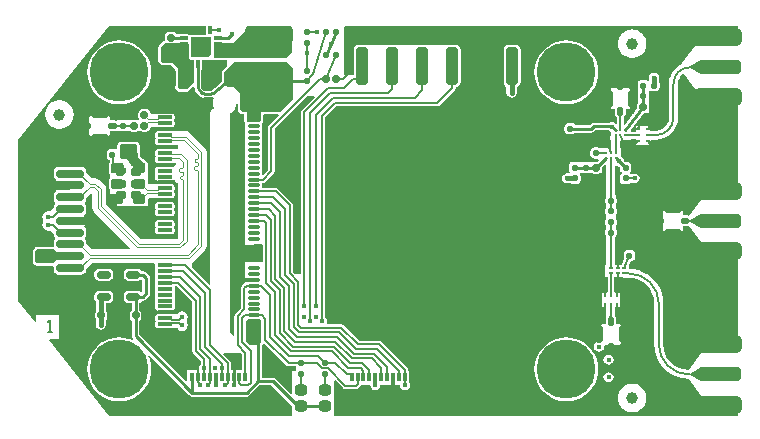
<source format=gtl>
G04*
G04 #@! TF.GenerationSoftware,Altium Limited,Altium Designer,20.1.12 (249)*
G04*
G04 Layer_Physical_Order=1*
G04 Layer_Color=255*
%FSLAX44Y44*%
%MOMM*%
G71*
G04*
G04 #@! TF.SameCoordinates,A9FEEA33-96DE-4984-9D73-42BCD588803D*
G04*
G04*
G04 #@! TF.FilePolarity,Positive*
G04*
G01*
G75*
%ADD11C,0.2000*%
%ADD12C,0.1500*%
G04:AMPARAMS|DCode=27|XSize=0.3mm|YSize=0.7mm|CornerRadius=0.075mm|HoleSize=0mm|Usage=FLASHONLY|Rotation=0.000|XOffset=0mm|YOffset=0mm|HoleType=Round|Shape=RoundedRectangle|*
%AMROUNDEDRECTD27*
21,1,0.3000,0.5500,0,0,0.0*
21,1,0.1500,0.7000,0,0,0.0*
1,1,0.1500,0.0750,-0.2750*
1,1,0.1500,-0.0750,-0.2750*
1,1,0.1500,-0.0750,0.2750*
1,1,0.1500,0.0750,0.2750*
%
%ADD27ROUNDEDRECTD27*%
G04:AMPARAMS|DCode=29|XSize=0.35mm|YSize=0.25mm|CornerRadius=0.0313mm|HoleSize=0mm|Usage=FLASHONLY|Rotation=270.000|XOffset=0mm|YOffset=0mm|HoleType=Round|Shape=RoundedRectangle|*
%AMROUNDEDRECTD29*
21,1,0.3500,0.1875,0,0,270.0*
21,1,0.2875,0.2500,0,0,270.0*
1,1,0.0625,-0.0938,-0.1438*
1,1,0.0625,-0.0938,0.1438*
1,1,0.0625,0.0938,0.1438*
1,1,0.0625,0.0938,-0.1438*
%
%ADD29ROUNDEDRECTD29*%
G04:AMPARAMS|DCode=30|XSize=0.35mm|YSize=0.25mm|CornerRadius=0.0313mm|HoleSize=0mm|Usage=FLASHONLY|Rotation=0.000|XOffset=0mm|YOffset=0mm|HoleType=Round|Shape=RoundedRectangle|*
%AMROUNDEDRECTD30*
21,1,0.3500,0.1875,0,0,0.0*
21,1,0.2875,0.2500,0,0,0.0*
1,1,0.0625,0.1438,-0.0938*
1,1,0.0625,-0.1438,-0.0938*
1,1,0.0625,-0.1438,0.0938*
1,1,0.0625,0.1438,0.0938*
%
%ADD30ROUNDEDRECTD30*%
G04:AMPARAMS|DCode=38|XSize=0.25mm|YSize=0.25mm|CornerRadius=0.0313mm|HoleSize=0mm|Usage=FLASHONLY|Rotation=270.000|XOffset=0mm|YOffset=0mm|HoleType=Round|Shape=RoundedRectangle|*
%AMROUNDEDRECTD38*
21,1,0.2500,0.1875,0,0,270.0*
21,1,0.1875,0.2500,0,0,270.0*
1,1,0.0625,-0.0938,-0.0938*
1,1,0.0625,-0.0938,0.0938*
1,1,0.0625,0.0938,0.0938*
1,1,0.0625,0.0938,-0.0938*
%
%ADD38ROUNDEDRECTD38*%
%ADD85C,0.2500*%
G04:AMPARAMS|DCode=86|XSize=1.5mm|YSize=0.6mm|CornerRadius=0.15mm|HoleSize=0mm|Usage=FLASHONLY|Rotation=180.000|XOffset=0mm|YOffset=0mm|HoleType=Round|Shape=RoundedRectangle|*
%AMROUNDEDRECTD86*
21,1,1.5000,0.3000,0,0,180.0*
21,1,1.2000,0.6000,0,0,180.0*
1,1,0.3000,-0.6000,0.1500*
1,1,0.3000,0.6000,0.1500*
1,1,0.3000,0.6000,-0.1500*
1,1,0.3000,-0.6000,-0.1500*
%
%ADD86ROUNDEDRECTD86*%
G04:AMPARAMS|DCode=87|XSize=0.65mm|YSize=0.5mm|CornerRadius=0.125mm|HoleSize=0mm|Usage=FLASHONLY|Rotation=180.000|XOffset=0mm|YOffset=0mm|HoleType=Round|Shape=RoundedRectangle|*
%AMROUNDEDRECTD87*
21,1,0.6500,0.2500,0,0,180.0*
21,1,0.4000,0.5000,0,0,180.0*
1,1,0.2500,-0.2000,0.1250*
1,1,0.2500,0.2000,0.1250*
1,1,0.2500,0.2000,-0.1250*
1,1,0.2500,-0.2000,-0.1250*
%
%ADD87ROUNDEDRECTD87*%
G04:AMPARAMS|DCode=88|XSize=0.55mm|YSize=0.5mm|CornerRadius=0.125mm|HoleSize=0mm|Usage=FLASHONLY|Rotation=180.000|XOffset=0mm|YOffset=0mm|HoleType=Round|Shape=RoundedRectangle|*
%AMROUNDEDRECTD88*
21,1,0.5500,0.2500,0,0,180.0*
21,1,0.3000,0.5000,0,0,180.0*
1,1,0.2500,-0.1500,0.1250*
1,1,0.2500,0.1500,0.1250*
1,1,0.2500,0.1500,-0.1250*
1,1,0.2500,-0.1500,-0.1250*
%
%ADD88ROUNDEDRECTD88*%
G04:AMPARAMS|DCode=89|XSize=1.2mm|YSize=3.6mm|CornerRadius=0.3mm|HoleSize=0mm|Usage=FLASHONLY|Rotation=90.000|XOffset=0mm|YOffset=0mm|HoleType=Round|Shape=RoundedRectangle|*
%AMROUNDEDRECTD89*
21,1,1.2000,3.0000,0,0,90.0*
21,1,0.6000,3.6000,0,0,90.0*
1,1,0.6000,1.5000,0.3000*
1,1,0.6000,1.5000,-0.3000*
1,1,0.6000,-1.5000,-0.3000*
1,1,0.6000,-1.5000,0.3000*
%
%ADD89ROUNDEDRECTD89*%
G04:AMPARAMS|DCode=90|XSize=1.5mm|YSize=4mm|CornerRadius=0.375mm|HoleSize=0mm|Usage=FLASHONLY|Rotation=90.000|XOffset=0mm|YOffset=0mm|HoleType=Round|Shape=RoundedRectangle|*
%AMROUNDEDRECTD90*
21,1,1.5000,3.2500,0,0,90.0*
21,1,0.7500,4.0000,0,0,90.0*
1,1,0.7500,1.6250,0.3750*
1,1,0.7500,1.6250,-0.3750*
1,1,0.7500,-1.6250,-0.3750*
1,1,0.7500,-1.6250,0.3750*
%
%ADD90ROUNDEDRECTD90*%
G04:AMPARAMS|DCode=91|XSize=0.55mm|YSize=0.55mm|CornerRadius=0.1375mm|HoleSize=0mm|Usage=FLASHONLY|Rotation=90.000|XOffset=0mm|YOffset=0mm|HoleType=Round|Shape=RoundedRectangle|*
%AMROUNDEDRECTD91*
21,1,0.5500,0.2750,0,0,90.0*
21,1,0.2750,0.5500,0,0,90.0*
1,1,0.2750,0.1375,0.1375*
1,1,0.2750,0.1375,-0.1375*
1,1,0.2750,-0.1375,-0.1375*
1,1,0.2750,-0.1375,0.1375*
%
%ADD91ROUNDEDRECTD91*%
G04:AMPARAMS|DCode=92|XSize=1.5mm|YSize=4mm|CornerRadius=0.225mm|HoleSize=0mm|Usage=FLASHONLY|Rotation=270.000|XOffset=0mm|YOffset=0mm|HoleType=Round|Shape=RoundedRectangle|*
%AMROUNDEDRECTD92*
21,1,1.5000,3.5500,0,0,270.0*
21,1,1.0500,4.0000,0,0,270.0*
1,1,0.4500,-1.7750,-0.5250*
1,1,0.4500,-1.7750,0.5250*
1,1,0.4500,1.7750,0.5250*
1,1,0.4500,1.7750,-0.5250*
%
%ADD92ROUNDEDRECTD92*%
G04:AMPARAMS|DCode=93|XSize=0.75mm|YSize=0.26mm|CornerRadius=0.065mm|HoleSize=0mm|Usage=FLASHONLY|Rotation=0.000|XOffset=0mm|YOffset=0mm|HoleType=Round|Shape=RoundedRectangle|*
%AMROUNDEDRECTD93*
21,1,0.7500,0.1300,0,0,0.0*
21,1,0.6200,0.2600,0,0,0.0*
1,1,0.1300,0.3100,-0.0650*
1,1,0.1300,-0.3100,-0.0650*
1,1,0.1300,-0.3100,0.0650*
1,1,0.1300,0.3100,0.0650*
%
%ADD93ROUNDEDRECTD93*%
G04:AMPARAMS|DCode=94|XSize=0.75mm|YSize=0.26mm|CornerRadius=0.065mm|HoleSize=0mm|Usage=FLASHONLY|Rotation=90.000|XOffset=0mm|YOffset=0mm|HoleType=Round|Shape=RoundedRectangle|*
%AMROUNDEDRECTD94*
21,1,0.7500,0.1300,0,0,90.0*
21,1,0.6200,0.2600,0,0,90.0*
1,1,0.1300,0.0650,0.3100*
1,1,0.1300,0.0650,-0.3100*
1,1,0.1300,-0.0650,-0.3100*
1,1,0.1300,-0.0650,0.3100*
%
%ADD94ROUNDEDRECTD94*%
%ADD95C,0.0254*%
G04:AMPARAMS|DCode=96|XSize=0.6mm|YSize=0.6mm|CornerRadius=0.15mm|HoleSize=0mm|Usage=FLASHONLY|Rotation=0.000|XOffset=0mm|YOffset=0mm|HoleType=Round|Shape=RoundedRectangle|*
%AMROUNDEDRECTD96*
21,1,0.6000,0.3000,0,0,0.0*
21,1,0.3000,0.6000,0,0,0.0*
1,1,0.3000,0.1500,-0.1500*
1,1,0.3000,-0.1500,-0.1500*
1,1,0.3000,-0.1500,0.1500*
1,1,0.3000,0.1500,0.1500*
%
%ADD96ROUNDEDRECTD96*%
G04:AMPARAMS|DCode=97|XSize=0.55mm|YSize=0.55mm|CornerRadius=0.1375mm|HoleSize=0mm|Usage=FLASHONLY|Rotation=180.000|XOffset=0mm|YOffset=0mm|HoleType=Round|Shape=RoundedRectangle|*
%AMROUNDEDRECTD97*
21,1,0.5500,0.2750,0,0,180.0*
21,1,0.2750,0.5500,0,0,180.0*
1,1,0.2750,-0.1375,0.1375*
1,1,0.2750,0.1375,0.1375*
1,1,0.2750,0.1375,-0.1375*
1,1,0.2750,-0.1375,-0.1375*
%
%ADD97ROUNDEDRECTD97*%
G04:AMPARAMS|DCode=98|XSize=0.3mm|YSize=1mm|CornerRadius=0.075mm|HoleSize=0mm|Usage=FLASHONLY|Rotation=0.000|XOffset=0mm|YOffset=0mm|HoleType=Round|Shape=RoundedRectangle|*
%AMROUNDEDRECTD98*
21,1,0.3000,0.8500,0,0,0.0*
21,1,0.1500,1.0000,0,0,0.0*
1,1,0.1500,0.0750,-0.4250*
1,1,0.1500,-0.0750,-0.4250*
1,1,0.1500,-0.0750,0.4250*
1,1,0.1500,0.0750,0.4250*
%
%ADD98ROUNDEDRECTD98*%
G04:AMPARAMS|DCode=99|XSize=0.95mm|YSize=1mm|CornerRadius=0.2375mm|HoleSize=0mm|Usage=FLASHONLY|Rotation=270.000|XOffset=0mm|YOffset=0mm|HoleType=Round|Shape=RoundedRectangle|*
%AMROUNDEDRECTD99*
21,1,0.9500,0.5250,0,0,270.0*
21,1,0.4750,1.0000,0,0,270.0*
1,1,0.4750,-0.2625,-0.2375*
1,1,0.4750,-0.2625,0.2375*
1,1,0.4750,0.2625,0.2375*
1,1,0.4750,0.2625,-0.2375*
%
%ADD99ROUNDEDRECTD99*%
G04:AMPARAMS|DCode=100|XSize=0.225mm|YSize=0.35mm|CornerRadius=0.0281mm|HoleSize=0mm|Usage=FLASHONLY|Rotation=270.000|XOffset=0mm|YOffset=0mm|HoleType=Round|Shape=RoundedRectangle|*
%AMROUNDEDRECTD100*
21,1,0.2250,0.2938,0,0,270.0*
21,1,0.1688,0.3500,0,0,270.0*
1,1,0.0563,-0.1469,-0.0844*
1,1,0.0563,-0.1469,0.0844*
1,1,0.0563,0.1469,0.0844*
1,1,0.0563,0.1469,-0.0844*
%
%ADD100ROUNDEDRECTD100*%
G04:AMPARAMS|DCode=101|XSize=1.15mm|YSize=0.6mm|CornerRadius=0.15mm|HoleSize=0mm|Usage=FLASHONLY|Rotation=180.000|XOffset=0mm|YOffset=0mm|HoleType=Round|Shape=RoundedRectangle|*
%AMROUNDEDRECTD101*
21,1,1.1500,0.3000,0,0,180.0*
21,1,0.8500,0.6000,0,0,180.0*
1,1,0.3000,-0.4250,0.1500*
1,1,0.3000,0.4250,0.1500*
1,1,0.3000,0.4250,-0.1500*
1,1,0.3000,-0.4250,-0.1500*
%
%ADD101ROUNDEDRECTD101*%
G04:AMPARAMS|DCode=102|XSize=1.05mm|YSize=0.85mm|CornerRadius=0.1487mm|HoleSize=0mm|Usage=FLASHONLY|Rotation=0.000|XOffset=0mm|YOffset=0mm|HoleType=Round|Shape=RoundedRectangle|*
%AMROUNDEDRECTD102*
21,1,1.0500,0.5525,0,0,0.0*
21,1,0.7525,0.8500,0,0,0.0*
1,1,0.2975,0.3763,-0.2763*
1,1,0.2975,-0.3763,-0.2763*
1,1,0.2975,-0.3763,0.2763*
1,1,0.2975,0.3763,0.2763*
%
%ADD102ROUNDEDRECTD102*%
G04:AMPARAMS|DCode=103|XSize=1.05mm|YSize=0.8mm|CornerRadius=0.14mm|HoleSize=0mm|Usage=FLASHONLY|Rotation=180.000|XOffset=0mm|YOffset=0mm|HoleType=Round|Shape=RoundedRectangle|*
%AMROUNDEDRECTD103*
21,1,1.0500,0.5200,0,0,180.0*
21,1,0.7700,0.8000,0,0,180.0*
1,1,0.2800,-0.3850,0.2600*
1,1,0.2800,0.3850,0.2600*
1,1,0.2800,0.3850,-0.2600*
1,1,0.2800,-0.3850,-0.2600*
%
%ADD103ROUNDEDRECTD103*%
G04:AMPARAMS|DCode=104|XSize=0.3mm|YSize=1.25mm|CornerRadius=0.075mm|HoleSize=0mm|Usage=FLASHONLY|Rotation=90.000|XOffset=0mm|YOffset=0mm|HoleType=Round|Shape=RoundedRectangle|*
%AMROUNDEDRECTD104*
21,1,0.3000,1.1000,0,0,90.0*
21,1,0.1500,1.2500,0,0,90.0*
1,1,0.1500,0.5500,0.0750*
1,1,0.1500,0.5500,-0.0750*
1,1,0.1500,-0.5500,-0.0750*
1,1,0.1500,-0.5500,0.0750*
%
%ADD104ROUNDEDRECTD104*%
G04:AMPARAMS|DCode=105|XSize=1.2mm|YSize=2.7mm|CornerRadius=0.15mm|HoleSize=0mm|Usage=FLASHONLY|Rotation=90.000|XOffset=0mm|YOffset=0mm|HoleType=Round|Shape=RoundedRectangle|*
%AMROUNDEDRECTD105*
21,1,1.2000,2.4000,0,0,90.0*
21,1,0.9000,2.7000,0,0,90.0*
1,1,0.3000,1.2000,0.4500*
1,1,0.3000,1.2000,-0.4500*
1,1,0.3000,-1.2000,-0.4500*
1,1,0.3000,-1.2000,0.4500*
%
%ADD105ROUNDEDRECTD105*%
G04:AMPARAMS|DCode=106|XSize=0.3mm|YSize=1mm|CornerRadius=0.075mm|HoleSize=0mm|Usage=FLASHONLY|Rotation=90.000|XOffset=0mm|YOffset=0mm|HoleType=Round|Shape=RoundedRectangle|*
%AMROUNDEDRECTD106*
21,1,0.3000,0.8500,0,0,90.0*
21,1,0.1500,1.0000,0,0,90.0*
1,1,0.1500,0.4250,0.0750*
1,1,0.1500,0.4250,-0.0750*
1,1,0.1500,-0.4250,-0.0750*
1,1,0.1500,-0.4250,0.0750*
%
%ADD106ROUNDEDRECTD106*%
G04:AMPARAMS|DCode=107|XSize=0.6mm|YSize=0.6mm|CornerRadius=0.15mm|HoleSize=0mm|Usage=FLASHONLY|Rotation=90.000|XOffset=0mm|YOffset=0mm|HoleType=Round|Shape=RoundedRectangle|*
%AMROUNDEDRECTD107*
21,1,0.6000,0.3000,0,0,90.0*
21,1,0.3000,0.6000,0,0,90.0*
1,1,0.3000,0.1500,0.1500*
1,1,0.3000,0.1500,-0.1500*
1,1,0.3000,-0.1500,-0.1500*
1,1,0.3000,-0.1500,0.1500*
%
%ADD107ROUNDEDRECTD107*%
G04:AMPARAMS|DCode=108|XSize=0.55mm|YSize=0.5mm|CornerRadius=0.125mm|HoleSize=0mm|Usage=FLASHONLY|Rotation=90.000|XOffset=0mm|YOffset=0mm|HoleType=Round|Shape=RoundedRectangle|*
%AMROUNDEDRECTD108*
21,1,0.5500,0.2500,0,0,90.0*
21,1,0.3000,0.5000,0,0,90.0*
1,1,0.2500,0.1250,0.1500*
1,1,0.2500,0.1250,-0.1500*
1,1,0.2500,-0.1250,-0.1500*
1,1,0.2500,-0.1250,0.1500*
%
%ADD108ROUNDEDRECTD108*%
G04:AMPARAMS|DCode=109|XSize=1.5mm|YSize=0.6mm|CornerRadius=0.15mm|HoleSize=0mm|Usage=FLASHONLY|Rotation=270.000|XOffset=0mm|YOffset=0mm|HoleType=Round|Shape=RoundedRectangle|*
%AMROUNDEDRECTD109*
21,1,1.5000,0.3000,0,0,270.0*
21,1,1.2000,0.6000,0,0,270.0*
1,1,0.3000,-0.1500,-0.6000*
1,1,0.3000,-0.1500,0.6000*
1,1,0.3000,0.1500,0.6000*
1,1,0.3000,0.1500,-0.6000*
%
%ADD109ROUNDEDRECTD109*%
G04:AMPARAMS|DCode=110|XSize=0.65mm|YSize=0.5mm|CornerRadius=0.125mm|HoleSize=0mm|Usage=FLASHONLY|Rotation=90.000|XOffset=0mm|YOffset=0mm|HoleType=Round|Shape=RoundedRectangle|*
%AMROUNDEDRECTD110*
21,1,0.6500,0.2500,0,0,90.0*
21,1,0.4000,0.5000,0,0,90.0*
1,1,0.2500,0.1250,0.2000*
1,1,0.2500,0.1250,-0.2000*
1,1,0.2500,-0.1250,-0.2000*
1,1,0.2500,-0.1250,0.2000*
%
%ADD110ROUNDEDRECTD110*%
G04:AMPARAMS|DCode=111|XSize=0.95mm|YSize=1mm|CornerRadius=0.2375mm|HoleSize=0mm|Usage=FLASHONLY|Rotation=0.000|XOffset=0mm|YOffset=0mm|HoleType=Round|Shape=RoundedRectangle|*
%AMROUNDEDRECTD111*
21,1,0.9500,0.5250,0,0,0.0*
21,1,0.4750,1.0000,0,0,0.0*
1,1,0.4750,0.2375,-0.2625*
1,1,0.4750,-0.2375,-0.2625*
1,1,0.4750,-0.2375,0.2625*
1,1,0.4750,0.2375,0.2625*
%
%ADD111ROUNDEDRECTD111*%
G04:AMPARAMS|DCode=112|XSize=1mm|YSize=3.2mm|CornerRadius=0.25mm|HoleSize=0mm|Usage=FLASHONLY|Rotation=0.000|XOffset=0mm|YOffset=0mm|HoleType=Round|Shape=RoundedRectangle|*
%AMROUNDEDRECTD112*
21,1,1.0000,2.7000,0,0,0.0*
21,1,0.5000,3.2000,0,0,0.0*
1,1,0.5000,0.2500,-1.3500*
1,1,0.5000,-0.2500,-1.3500*
1,1,0.5000,-0.2500,1.3500*
1,1,0.5000,0.2500,1.3500*
%
%ADD112ROUNDEDRECTD112*%
G04:AMPARAMS|DCode=113|XSize=0.8mm|YSize=0.7mm|CornerRadius=0.1225mm|HoleSize=0mm|Usage=FLASHONLY|Rotation=0.000|XOffset=0mm|YOffset=0mm|HoleType=Round|Shape=RoundedRectangle|*
%AMROUNDEDRECTD113*
21,1,0.8000,0.4550,0,0,0.0*
21,1,0.5550,0.7000,0,0,0.0*
1,1,0.2450,0.2775,-0.2275*
1,1,0.2450,-0.2775,-0.2275*
1,1,0.2450,-0.2775,0.2275*
1,1,0.2450,0.2775,0.2275*
%
%ADD113ROUNDEDRECTD113*%
G04:AMPARAMS|DCode=114|XSize=0.7mm|YSize=2.3mm|CornerRadius=0.175mm|HoleSize=0mm|Usage=FLASHONLY|Rotation=270.000|XOffset=0mm|YOffset=0mm|HoleType=Round|Shape=RoundedRectangle|*
%AMROUNDEDRECTD114*
21,1,0.7000,1.9500,0,0,270.0*
21,1,0.3500,2.3000,0,0,270.0*
1,1,0.3500,-0.9750,-0.1750*
1,1,0.3500,-0.9750,0.1750*
1,1,0.3500,0.9750,0.1750*
1,1,0.3500,0.9750,-0.1750*
%
%ADD114ROUNDEDRECTD114*%
%ADD115C,1.0000*%
%ADD116C,0.3000*%
%ADD117C,0.2400*%
%ADD118C,0.4500*%
%ADD119C,0.4000*%
%ADD120C,0.1100*%
%ADD121C,0.1400*%
%ADD122C,0.1350*%
%ADD123C,5.0000*%
%ADD124O,3.8000X1.8000*%
%ADD125C,0.4500*%
G36*
X164148Y334350D02*
Y328150D01*
X163647Y327539D01*
X152181D01*
X151400Y327384D01*
X151088Y327254D01*
X150789Y327055D01*
X150760Y327061D01*
X149884Y327646D01*
X148850Y327852D01*
X145759D01*
X145700Y327864D01*
X139297D01*
X139297Y327866D01*
X138523Y329023D01*
X137366Y329797D01*
X136000Y330069D01*
X133000D01*
X131634Y329797D01*
X130477Y329023D01*
X129703Y327866D01*
X129431Y326500D01*
Y323500D01*
X128724Y322677D01*
X128062Y322235D01*
X128062Y322235D01*
X124525Y318698D01*
X124083Y318036D01*
X123928Y317256D01*
Y305567D01*
X123928Y305567D01*
X124083Y304787D01*
X124525Y304125D01*
X124525Y304125D01*
X126606Y302045D01*
X126765Y301938D01*
X128937Y301954D01*
X134459Y302010D01*
X134918Y301448D01*
X135137D01*
X138126Y298459D01*
Y297518D01*
X138889Y296583D01*
X138889Y283991D01*
X138126D01*
Y283230D01*
X138126Y283230D01*
X138281Y282449D01*
X138723Y281788D01*
X138723Y281788D01*
X140722Y279789D01*
X141383Y279347D01*
X142163Y279192D01*
X147748D01*
X148529Y279347D01*
X149190Y279789D01*
X153288Y283887D01*
X153659Y283734D01*
X154200Y283385D01*
X154450Y281492D01*
X155230Y279607D01*
X156473Y277988D01*
X156643Y277857D01*
X156713Y277762D01*
X158735Y275904D01*
X158735Y275903D01*
X158734Y275902D01*
X160354Y274819D01*
X162500Y274392D01*
Y274392D01*
X162544Y274436D01*
X168792Y274436D01*
X168836Y274392D01*
Y274392D01*
X168836Y274392D01*
X170009Y274625D01*
X170729Y273749D01*
X170257Y272611D01*
X169914Y270000D01*
X170257Y267390D01*
X171024Y265539D01*
X170376Y264539D01*
X170000D01*
X169219Y264384D01*
X168558Y263942D01*
X168116Y263281D01*
X167961Y262500D01*
Y116382D01*
X167037Y115999D01*
X152160Y130876D01*
Y134531D01*
X153340Y135320D01*
X163580Y145560D01*
X164586Y147065D01*
X164939Y148840D01*
Y228160D01*
X164586Y229935D01*
X163580Y231440D01*
X150340Y244681D01*
X148835Y245686D01*
X147060Y246039D01*
X136850D01*
X130740Y246966D01*
X130402Y247955D01*
X130424Y248026D01*
X132001Y248765D01*
X132167Y248946D01*
X134750D01*
X135823Y249160D01*
X136733Y249767D01*
X137340Y250677D01*
X137554Y251750D01*
Y253250D01*
X137340Y254323D01*
X136888Y255000D01*
X137340Y255677D01*
X137554Y256750D01*
Y258250D01*
X137340Y259323D01*
X136733Y260233D01*
X135823Y260841D01*
X134750Y261054D01*
X132167D01*
X132001Y261236D01*
X130362Y262004D01*
X128554Y262087D01*
X121650Y261039D01*
X117061D01*
X116797Y262366D01*
X116023Y263524D01*
X114866Y264297D01*
X113500Y264569D01*
X110500D01*
X109134Y264297D01*
X107977Y263524D01*
X107203Y262366D01*
X106931Y261000D01*
Y258000D01*
X107203Y256635D01*
X107522Y256156D01*
X107090Y255248D01*
X106173Y255092D01*
X105866Y255297D01*
X104500Y255569D01*
X101500D01*
X100134Y255297D01*
X99690Y255000D01*
X96773D01*
X96692Y255054D01*
X95375Y255316D01*
X92625D01*
X91308Y255054D01*
X91227Y255000D01*
X88931D01*
X88931Y255000D01*
X87947Y254773D01*
X87780Y254884D01*
X87582Y254923D01*
X87396Y255000D01*
X87196Y255000D01*
X87000Y255039D01*
X86374D01*
X86250Y255064D01*
X82789D01*
Y257250D01*
X82634Y258030D01*
X82192Y258692D01*
X81530Y259134D01*
X80750Y259289D01*
X67250Y259289D01*
X66470Y259134D01*
X65808Y258692D01*
X65366Y258031D01*
X65211Y257250D01*
X65211Y243750D01*
X65366Y242970D01*
X65808Y242308D01*
X66470Y241866D01*
X67250Y241711D01*
X80750D01*
X81530Y241866D01*
X82192Y242308D01*
X82634Y242970D01*
X82789Y243750D01*
Y245937D01*
X86250D01*
X86372Y245961D01*
X87000D01*
X87196Y246000D01*
X87396Y246000D01*
X87582Y246077D01*
X87780Y246116D01*
X87947Y246227D01*
X88931Y246000D01*
Y246000D01*
X91227D01*
X91308Y245946D01*
X92625Y245684D01*
X95375D01*
X96692Y245946D01*
X96773Y246000D01*
X99690D01*
X100134Y245703D01*
X101500Y245432D01*
X104500D01*
X105866Y245703D01*
X106310Y246000D01*
X108690D01*
X109134Y245703D01*
X110500Y245432D01*
X113500D01*
X114866Y245703D01*
X115310Y246000D01*
X115859D01*
X115857Y246366D01*
X116023Y246477D01*
X116797Y247635D01*
X117061Y248961D01*
X121650D01*
X127760Y248034D01*
X128098Y247046D01*
X128075Y246975D01*
X126499Y246236D01*
X126333Y246054D01*
X123750D01*
X122677Y245841D01*
X121767Y245233D01*
X121159Y244323D01*
X120946Y243250D01*
Y241750D01*
X121159Y240677D01*
X121612Y240000D01*
X121159Y239323D01*
X120946Y238250D01*
Y236750D01*
X121159Y235677D01*
X121767Y234768D01*
X122677Y234160D01*
X123750Y233946D01*
X126333D01*
X126499Y233765D01*
X128138Y232996D01*
Y232004D01*
X126499Y231236D01*
X126333Y231054D01*
X123750D01*
X122677Y230841D01*
X121767Y230233D01*
X121159Y229323D01*
X120946Y228250D01*
Y226750D01*
X121159Y225677D01*
X121612Y225000D01*
X121159Y224323D01*
X120946Y223250D01*
Y221750D01*
X121159Y220677D01*
X121767Y219768D01*
X122677Y219160D01*
X123750Y218946D01*
X126333D01*
X126499Y218765D01*
X128138Y217996D01*
X129946Y217914D01*
X136850Y218961D01*
X138563D01*
X138872Y218255D01*
X138900Y217961D01*
X138220Y217280D01*
X137328Y215946D01*
X137181Y215770D01*
X136162Y215614D01*
X135823Y215841D01*
X134750Y216054D01*
X123750D01*
X122677Y215841D01*
X121767Y215233D01*
X121159Y214323D01*
X120946Y213250D01*
Y211750D01*
X121159Y210677D01*
X121612Y210000D01*
X121159Y209323D01*
X120946Y208250D01*
Y206750D01*
X121159Y205677D01*
X121767Y204767D01*
X122677Y204160D01*
X123750Y203946D01*
X134750D01*
X135823Y204160D01*
X136604Y204681D01*
X136759Y204694D01*
X137114Y204615D01*
X137682Y204388D01*
X137714Y204225D01*
X137714Y204225D01*
X137714Y204225D01*
X138219Y203469D01*
X138720Y202720D01*
X139469Y201970D01*
X139470Y201970D01*
X140361Y201374D01*
Y155881D01*
X139419Y154939D01*
X109081D01*
X79939Y184081D01*
Y196660D01*
X79586Y198435D01*
X78580Y199940D01*
X73840Y204680D01*
X72335Y205686D01*
X70560Y206039D01*
X67522D01*
X62573Y210987D01*
Y211750D01*
X62282Y213213D01*
X61454Y214454D01*
X60213Y215282D01*
X58750Y215573D01*
X39250D01*
X37787Y215282D01*
X36546Y214454D01*
X35718Y213213D01*
X35426Y211750D01*
Y208250D01*
X35718Y206787D01*
X36546Y205546D01*
X36914Y205301D01*
Y204098D01*
X36907Y204093D01*
X36511Y203500D01*
X49000D01*
Y196500D01*
X36511D01*
X36907Y195907D01*
X36914Y195902D01*
Y194699D01*
X36546Y194454D01*
X35718Y193213D01*
X35426Y191750D01*
Y188250D01*
X35718Y186787D01*
X36496Y185622D01*
X36616Y185314D01*
Y184686D01*
X36496Y184378D01*
X35718Y183213D01*
X35426Y181750D01*
Y181168D01*
X32526Y178267D01*
X30500D01*
X28676Y177904D01*
X27129Y176870D01*
X26096Y175324D01*
X25733Y173500D01*
X26096Y171676D01*
X26250Y171446D01*
Y168554D01*
X26096Y168324D01*
X25733Y166500D01*
X26096Y164676D01*
X27129Y163130D01*
X28676Y162096D01*
X30500Y161733D01*
X32526D01*
X35426Y158833D01*
Y158250D01*
X35718Y156787D01*
X36546Y155546D01*
X36616Y155500D01*
Y154500D01*
X36546Y154454D01*
X35718Y153213D01*
X35426Y151750D01*
Y148250D01*
X35254Y148039D01*
X22000D01*
X22000Y148039D01*
X21503D01*
X20722Y147884D01*
X20722Y147884D01*
X19804Y147503D01*
X19804Y147503D01*
X19142Y147061D01*
X19142Y147061D01*
X18439Y146358D01*
X17997Y145696D01*
X17616Y144778D01*
X17461Y143997D01*
Y136500D01*
X17461Y136003D01*
X17512Y135744D01*
X17616Y135222D01*
X17616Y135222D01*
X17997Y134304D01*
X17997Y134303D01*
X18439Y133642D01*
X18439Y133642D01*
X19142Y132939D01*
X19804Y132497D01*
X20722Y132116D01*
X21503Y131961D01*
X22000Y131961D01*
X34449D01*
X35060Y131829D01*
X35426Y131026D01*
Y128250D01*
X35718Y126787D01*
X36546Y125546D01*
X37787Y124718D01*
X39250Y124426D01*
X58750D01*
X60213Y124718D01*
X61454Y125546D01*
X62282Y126787D01*
X62573Y128250D01*
Y129013D01*
X67522Y133961D01*
X120239D01*
X120946Y133254D01*
X120946Y94960D01*
X121636Y94964D01*
X121767Y94768D01*
X122677Y94160D01*
X123750Y93946D01*
X134750D01*
X135823Y94160D01*
X136733Y94768D01*
X136927Y95058D01*
X137554Y95062D01*
X137554Y113925D01*
X138280Y114651D01*
X139242D01*
X152696Y101196D01*
Y59686D01*
X152910Y58613D01*
X153517Y57704D01*
X159696Y51525D01*
Y48238D01*
X159436Y48064D01*
X158497Y46658D01*
X158167Y45000D01*
X158294Y44360D01*
X157660Y43587D01*
X148431Y43587D01*
X148431Y34565D01*
X147507Y34183D01*
X107814Y73877D01*
Y85502D01*
X108523Y85977D01*
X109297Y87134D01*
X109569Y88500D01*
Y91500D01*
X109297Y92866D01*
X108523Y94023D01*
X107814Y94498D01*
Y100643D01*
X108116Y100703D01*
X109273Y101477D01*
X109860Y102355D01*
X110506D01*
X111774Y102607D01*
X112849Y103325D01*
X115730Y106206D01*
X116448Y107281D01*
X116701Y108549D01*
Y121463D01*
X116448Y122731D01*
X115730Y123806D01*
X112855Y126681D01*
X111780Y127399D01*
X110512Y127651D01*
X109856D01*
X109273Y128523D01*
X108116Y129297D01*
X106750Y129569D01*
X98250D01*
X96884Y129297D01*
X95727Y128523D01*
X94953Y127366D01*
X94681Y126000D01*
Y123000D01*
X94953Y121634D01*
X95727Y120477D01*
X96884Y119703D01*
X98250Y119431D01*
X106750D01*
X108116Y119703D01*
X109218Y120440D01*
X109567Y120265D01*
X110073Y119900D01*
Y110100D01*
X109544Y109719D01*
X109225Y109556D01*
X108116Y110297D01*
X106750Y110569D01*
X98250D01*
X96884Y110297D01*
X95727Y109523D01*
X94953Y108366D01*
X94681Y107000D01*
Y104000D01*
X94953Y102634D01*
X95727Y101477D01*
X96884Y100703D01*
X98250Y100431D01*
X101186D01*
Y94498D01*
X100477Y94023D01*
X99703Y92866D01*
X99431Y91500D01*
Y88500D01*
X99703Y87134D01*
X100477Y85977D01*
X101186Y85502D01*
Y72504D01*
X101439Y71236D01*
X102157Y70161D01*
X102633Y69685D01*
X102066Y68837D01*
X99119Y70058D01*
X94987Y71050D01*
X90750Y71384D01*
X86513Y71050D01*
X82381Y70058D01*
X78454Y68432D01*
X74831Y66211D01*
X71599Y63451D01*
X68839Y60219D01*
X66618Y56596D01*
X64992Y52669D01*
X64000Y48537D01*
X63667Y44300D01*
X64000Y40063D01*
X64992Y35931D01*
X66618Y32004D01*
X68839Y28381D01*
X71599Y25149D01*
X74831Y22389D01*
X78454Y20168D01*
X82381Y18542D01*
X86513Y17550D01*
X90750Y17217D01*
X94987Y17550D01*
X99119Y18542D01*
X103046Y20168D01*
X106669Y22389D01*
X109901Y25149D01*
X112661Y28381D01*
X114882Y32004D01*
X116508Y35931D01*
X117500Y40063D01*
X117833Y44300D01*
X117500Y48537D01*
X116508Y52669D01*
X115287Y55616D01*
X116135Y56183D01*
X150157Y22161D01*
X151232Y21443D01*
X152500Y21190D01*
X198504D01*
X199772Y21443D01*
X200847Y22161D01*
X209373Y30686D01*
X219377D01*
X237071Y12993D01*
X237071Y5098D01*
X82450D01*
X31249Y69099D01*
X31683Y70000D01*
X40000Y70000D01*
X40000Y90000D01*
X20000D01*
X20000Y84671D01*
X19056Y84340D01*
X5098Y101788D01*
X5098Y238211D01*
X82450Y334902D01*
X163695D01*
X164148Y334350D01*
D02*
G37*
G36*
X237313Y330246D02*
Y313035D01*
X232548Y308269D01*
X171541D01*
X170550Y309260D01*
Y319466D01*
X171455Y320723D01*
X171473Y320705D01*
X187860D01*
X199179Y332024D01*
X235536D01*
X237313Y330246D01*
D02*
G37*
G36*
X168132Y325371D02*
X168371Y325131D01*
X168500Y324819D01*
Y324650D01*
X168500Y312000D01*
Y311881D01*
X168454Y311648D01*
X168363Y311428D01*
X168231Y311231D01*
X168146Y311147D01*
X168146Y311147D01*
X165854Y308854D01*
X165770Y308769D01*
X165572Y308637D01*
X165352Y308546D01*
X165119Y308500D01*
X165000Y308500D01*
X165000Y308500D01*
X152350Y308500D01*
X152181D01*
X151868Y308629D01*
X151629Y308869D01*
X151500Y309181D01*
Y309350D01*
Y324650D01*
Y324819D01*
X151629Y325131D01*
X151868Y325371D01*
X152181Y325500D01*
X167819D01*
X168132Y325371D01*
D02*
G37*
G36*
X584500Y294000D02*
X583500D01*
X573750Y299250D01*
Y300750D01*
X583500Y306000D01*
X584500D01*
Y294000D01*
D02*
G37*
G36*
X149462Y319648D02*
Y307779D01*
X150773Y306467D01*
X152882D01*
X153745Y304909D01*
Y287228D01*
X147748Y281231D01*
X142163D01*
X140165Y283230D01*
Y299304D01*
X135981Y303487D01*
X128048D01*
X125967Y305567D01*
Y317256D01*
X129504Y320793D01*
X148317D01*
X149462Y319648D01*
D02*
G37*
G36*
X179277Y306082D02*
X182185D01*
Y301275D01*
X178387Y297477D01*
X178171Y297153D01*
X177950Y296827D01*
X177948Y296821D01*
X177945Y296815D01*
X177868Y296431D01*
X177789Y296048D01*
X177767Y292640D01*
X177764Y292625D01*
Y292190D01*
X177741Y288667D01*
X175700Y286995D01*
X175697Y285777D01*
X168836Y280000D01*
X162500Y280000D01*
X160000Y282500D01*
Y297000D01*
X160814Y298790D01*
Y299458D01*
X160852Y299650D01*
Y305850D01*
X161042Y306082D01*
X161200D01*
Y306435D01*
X178848Y306457D01*
X179277Y306082D01*
D02*
G37*
G36*
X614902Y318000D02*
X578500D01*
X567500Y303500D01*
Y302642D01*
X567021Y302496D01*
X563980Y300871D01*
X561316Y298684D01*
X559129Y296019D01*
X557504Y292979D01*
X556503Y289681D01*
X556165Y286250D01*
X556177D01*
Y257500D01*
X556202Y257372D01*
X555837Y254596D01*
X554716Y251891D01*
X552933Y249567D01*
X550610Y247784D01*
X547904Y246663D01*
X545128Y246298D01*
X545000Y246323D01*
X539956D01*
X539914Y250000D01*
X528021Y250000D01*
X528009Y245735D01*
X527410Y245616D01*
X526943Y245304D01*
X523715D01*
Y247239D01*
X534787Y261432D01*
X539000D01*
Y263190D01*
X539297Y263634D01*
X539568Y265000D01*
Y268000D01*
X539297Y269366D01*
X539000Y269810D01*
Y272727D01*
X539054Y272808D01*
X539316Y274125D01*
Y276875D01*
X539054Y278192D01*
X539000Y278273D01*
Y280043D01*
X539041Y280082D01*
X540000Y280486D01*
X540808Y279946D01*
X542125Y279684D01*
X544875D01*
X546192Y279946D01*
X547308Y280692D01*
X548054Y281808D01*
X548316Y283125D01*
Y285875D01*
X548054Y287192D01*
X547833Y287523D01*
Y291000D01*
X547504Y292658D01*
X546564Y294064D01*
X545158Y295003D01*
X543500Y295333D01*
X541842Y295003D01*
X540436Y294064D01*
X539497Y292658D01*
X539167Y291000D01*
Y289290D01*
X539065Y288722D01*
X538136Y288423D01*
X537192Y289054D01*
X535875Y289316D01*
X533125D01*
X531808Y289054D01*
X530692Y288308D01*
X530000Y288304D01*
Y287273D01*
X529946Y287192D01*
X529684Y285875D01*
Y283125D01*
X529946Y281808D01*
X530000Y281727D01*
Y278273D01*
X529946Y278192D01*
X529684Y276875D01*
Y274125D01*
X529946Y272808D01*
X530000Y272727D01*
Y269810D01*
X529703Y269366D01*
X529431Y268000D01*
Y265175D01*
X518749Y251483D01*
X517804Y251808D01*
Y257279D01*
X519197Y259369D01*
X519273Y259554D01*
X519384Y259720D01*
X519423Y259918D01*
X519500Y260104D01*
X519500Y260304D01*
X519539Y260500D01*
Y261127D01*
X519564Y261250D01*
Y264711D01*
X521750D01*
X522530Y264866D01*
X523192Y265308D01*
X523634Y265970D01*
X523789Y266750D01*
Y280250D01*
X523634Y281030D01*
X523192Y281692D01*
X522530Y282134D01*
X521750Y282289D01*
X508250D01*
X507469Y282134D01*
X506808Y281692D01*
X506366Y281030D01*
X506211Y280250D01*
Y266750D01*
X506366Y265970D01*
X506808Y265308D01*
X507469Y264866D01*
X508250Y264711D01*
X510436D01*
Y261250D01*
X510461Y261126D01*
Y260500D01*
X510500Y260304D01*
X510500Y260104D01*
X510577Y259918D01*
X510616Y259720D01*
X510727Y259554D01*
X510803Y259369D01*
X512196Y257280D01*
Y252546D01*
X511196Y252242D01*
X510814Y252814D01*
X509408Y253753D01*
X507750Y254083D01*
X506092Y253753D01*
X505357Y253263D01*
X492500D01*
X491251Y253014D01*
X490193Y252307D01*
X489149Y251263D01*
X476673D01*
X476308Y251808D01*
X475192Y252554D01*
X473875Y252816D01*
X471125D01*
X469808Y252554D01*
X468692Y251808D01*
X467946Y250692D01*
X467684Y249375D01*
Y246625D01*
X467946Y245308D01*
X468692Y244192D01*
X469808Y243446D01*
X471125Y243184D01*
X473875D01*
X475192Y243446D01*
X476308Y244192D01*
X476673Y244737D01*
X490500D01*
X491749Y244986D01*
X492807Y245693D01*
X493851Y246737D01*
X504652D01*
X504686Y246686D01*
X506092Y245747D01*
X506166Y245732D01*
Y238714D01*
X507177Y238711D01*
X507176Y232013D01*
X506469Y231306D01*
X503050Y231313D01*
X503000Y231324D01*
X498285D01*
X497192Y232054D01*
X495875Y232316D01*
X493125D01*
X491808Y232054D01*
X490692Y231308D01*
X489946Y230192D01*
X489684Y228875D01*
Y226125D01*
X489946Y224808D01*
X490692Y223692D01*
X491808Y222946D01*
X493125Y222684D01*
X495875D01*
X496135Y222736D01*
X496628Y221814D01*
X494882Y220069D01*
X493000D01*
X491634Y219797D01*
X491190Y219500D01*
X488273D01*
X488192Y219554D01*
X486875Y219816D01*
X484125D01*
X482808Y219554D01*
X482727Y219500D01*
X479273D01*
X479192Y219554D01*
X477875Y219816D01*
X475125D01*
X473808Y219554D01*
X473727Y219500D01*
X472641D01*
X472645Y218739D01*
X471946Y217692D01*
X471684Y216375D01*
Y213625D01*
X471946Y212308D01*
X472597Y211333D01*
X472509Y211023D01*
X471764Y210333D01*
X470000D01*
X468342Y210003D01*
X466936Y209064D01*
X465997Y207658D01*
X465667Y206000D01*
X465997Y204342D01*
X466936Y202936D01*
X468342Y201996D01*
X470000Y201667D01*
X473478D01*
X473808Y201446D01*
X475125Y201184D01*
X477875D01*
X479192Y201446D01*
X480308Y202192D01*
X481054Y203308D01*
X481316Y204625D01*
Y207375D01*
X481054Y208692D01*
X480514Y209500D01*
X480936Y210500D01*
X482727D01*
X482808Y210446D01*
X484125Y210184D01*
X486875D01*
X488192Y210446D01*
X488273Y210500D01*
X491190D01*
X491634Y210203D01*
X493000Y209931D01*
X496000D01*
X497366Y210203D01*
X497810Y210500D01*
X499568D01*
Y213500D01*
X499569Y213500D01*
Y215383D01*
X502253Y218067D01*
X503176Y217684D01*
Y192069D01*
X502500D01*
Y189773D01*
X502446Y189692D01*
X502184Y188375D01*
Y185625D01*
X502446Y184308D01*
X502500Y184227D01*
Y180773D01*
X502446Y180692D01*
X502184Y179375D01*
Y176625D01*
X502446Y175308D01*
X502500Y175227D01*
Y171773D01*
X502446Y171692D01*
X502184Y170375D01*
Y167625D01*
X502446Y166308D01*
X502500Y166227D01*
Y162773D01*
X502446Y162692D01*
X502184Y161375D01*
Y158625D01*
X502446Y157308D01*
X502500Y157227D01*
Y156141D01*
X502500D01*
X503176Y155468D01*
Y132864D01*
X502323D01*
Y122091D01*
X504196D01*
Y110057D01*
X503884Y109590D01*
X503769Y109009D01*
X499544Y109022D01*
X499544Y96914D01*
X502465Y96948D01*
X503176Y96245D01*
Y88941D01*
X502803Y88381D01*
X502727Y88196D01*
X502616Y88030D01*
X502576Y87832D01*
X502500Y87646D01*
X502500Y87446D01*
X502461Y87250D01*
Y86373D01*
X502436Y86250D01*
Y82789D01*
X500250D01*
X499469Y82634D01*
X498808Y82192D01*
X498366Y81530D01*
X498211Y80750D01*
Y68381D01*
X497438Y67746D01*
X497000Y67833D01*
X495342Y67503D01*
X493936Y66564D01*
X492997Y65158D01*
X492667Y63500D01*
X492997Y61842D01*
X493936Y60436D01*
X495342Y59497D01*
X497000Y59167D01*
X498658Y59497D01*
X500064Y60436D01*
X501003Y61842D01*
X501333Y63500D01*
X501192Y64211D01*
X502012Y65211D01*
X513750D01*
X514530Y65366D01*
X515192Y65808D01*
X515634Y66470D01*
X515789Y67250D01*
Y80750D01*
X515634Y81530D01*
X515192Y82192D01*
X514530Y82634D01*
X513750Y82789D01*
X511563D01*
Y86250D01*
X511539Y86373D01*
Y87250D01*
X511500Y87446D01*
X511500Y87646D01*
X511423Y87832D01*
X511384Y88030D01*
X511273Y88196D01*
X511197Y88381D01*
X510823Y88941D01*
Y97044D01*
X514500Y97086D01*
X514500Y108979D01*
X510235Y108991D01*
X510116Y109590D01*
X509804Y110057D01*
Y122091D01*
X516878D01*
X516987Y122018D01*
X518450Y121727D01*
X522100D01*
X522270Y121760D01*
X526319Y121362D01*
X530376Y120131D01*
X534115Y118132D01*
X537393Y115443D01*
X540082Y112165D01*
X542081Y108426D01*
X543312Y104369D01*
X543710Y100320D01*
X543677Y100150D01*
Y65400D01*
X543660D01*
X544020Y60826D01*
X545091Y56364D01*
X546847Y52125D01*
X549244Y48213D01*
X552224Y44724D01*
X555713Y41744D01*
X559625Y39347D01*
X563864Y37591D01*
X568326Y36520D01*
X572749Y36172D01*
X583500Y22000D01*
X614902D01*
Y5098D01*
X272929D01*
X272929Y34469D01*
X273853Y34851D01*
X280147Y28558D01*
X281056Y27950D01*
X282129Y27736D01*
X291220D01*
X292293Y27950D01*
X293203Y28558D01*
X294483Y29837D01*
X295090Y30747D01*
X295141Y31000D01*
X303167D01*
X303497Y29342D01*
X304436Y27936D01*
X305842Y26997D01*
X307500Y26667D01*
X309158Y26997D01*
X310564Y27936D01*
X311503Y29342D01*
X311833Y31000D01*
X328167D01*
X328497Y29342D01*
X329436Y27936D01*
X330842Y26997D01*
X332500Y26667D01*
X334158Y26997D01*
X335564Y27936D01*
X336503Y29342D01*
X336833Y31000D01*
X336503Y32658D01*
X336068Y33309D01*
X336054Y35664D01*
Y40750D01*
X336022Y40912D01*
X336012Y42527D01*
X335370D01*
X335304Y42626D01*
Y44000D01*
X335090Y45073D01*
X334483Y45983D01*
X312983Y67483D01*
X312073Y68090D01*
X311000Y68304D01*
X293946D01*
X280767Y81483D01*
X279857Y82090D01*
X278784Y82304D01*
X266871D01*
X266399Y83186D01*
X266503Y83342D01*
X266833Y85000D01*
X266503Y86658D01*
X265564Y88064D01*
X265304Y88238D01*
Y257839D01*
X274661Y267196D01*
X360000D01*
X361073Y267410D01*
X361983Y268017D01*
X374683Y280717D01*
X375290Y281627D01*
X375504Y282700D01*
Y282972D01*
X376956Y283261D01*
X378444Y284256D01*
X379439Y285744D01*
X379788Y287500D01*
Y314500D01*
X379439Y316256D01*
X378444Y317744D01*
X376956Y318739D01*
X375200Y319088D01*
X370200D01*
X369784Y319005D01*
X350216D01*
X349800Y319088D01*
X344800D01*
X344384Y319005D01*
X324816D01*
X324400Y319088D01*
X319400D01*
X318984Y319005D01*
X299746D01*
Y319005D01*
X299166Y319055D01*
X299000Y319088D01*
X294000D01*
X292244Y318739D01*
X290756Y317744D01*
X289761Y316256D01*
X289412Y314500D01*
Y293811D01*
X281360D01*
X281359Y334195D01*
X282066Y334902D01*
X614902D01*
Y318000D01*
D02*
G37*
G36*
X237913Y298813D02*
X237913Y272913D01*
X227154Y262154D01*
X210500Y262154D01*
X210500Y255925D01*
X210500Y255000D01*
D01*
X210203Y254083D01*
X209850Y253729D01*
X209298Y253500D01*
X209019Y253500D01*
X208750Y253554D01*
X200250D01*
X199981Y253501D01*
X199702Y253500D01*
X199150Y253729D01*
X198728Y254151D01*
X198500Y254702D01*
Y262154D01*
X195315D01*
X192979Y264490D01*
Y278267D01*
X187556Y283690D01*
X181877Y283690D01*
X179768Y286727D01*
X179828Y296035D01*
X188031Y304237D01*
X232489D01*
X237913Y298813D01*
D02*
G37*
G36*
X517500Y260500D02*
X515500Y257500D01*
X514500D01*
X512500Y260500D01*
Y264000D01*
X517500D01*
Y260500D01*
D02*
G37*
G36*
X90000Y251000D02*
Y250000D01*
X87000Y248000D01*
X83500D01*
Y253000D01*
X87000D01*
X90000Y251000D01*
D02*
G37*
G36*
X569176Y294291D02*
X578500Y282000D01*
X614902D01*
Y188000D01*
X583500D01*
X573093Y174282D01*
X573062D01*
X573018Y174311D01*
X571750Y174564D01*
X568289D01*
Y176750D01*
X568134Y177530D01*
X567692Y178192D01*
X567030Y178634D01*
X566250Y178789D01*
X552750D01*
X551970Y178634D01*
X551308Y178192D01*
X550866Y177530D01*
X550711Y176750D01*
Y163250D01*
X550866Y162470D01*
X551308Y161808D01*
X551970Y161366D01*
X552750Y161211D01*
X566250D01*
X567030Y161366D01*
X567692Y161808D01*
X568134Y162470D01*
X568289Y163250D01*
Y165436D01*
X571750D01*
X573018Y165689D01*
X573062Y165718D01*
X573093D01*
X583500Y152000D01*
X614902D01*
Y58000D01*
X583500D01*
X572720Y43791D01*
X568681Y44188D01*
X564624Y45419D01*
X560885Y47418D01*
X557607Y50107D01*
X554918Y53385D01*
X552919Y57124D01*
X551688Y61181D01*
X551290Y65230D01*
X551323Y65400D01*
Y100150D01*
X551340D01*
X550980Y104724D01*
X549909Y109186D01*
X548153Y113425D01*
X545756Y117337D01*
X542776Y120826D01*
X539287Y123806D01*
X535375Y126203D01*
X531136Y127959D01*
X526674Y129030D01*
X522323Y129373D01*
Y132250D01*
X523648Y135684D01*
X523875D01*
X525192Y135946D01*
X526308Y136692D01*
X527054Y137808D01*
X527316Y139125D01*
Y141875D01*
X527054Y143192D01*
X526308Y144308D01*
X525192Y145054D01*
X523875Y145316D01*
X521125D01*
X519808Y145054D01*
X518692Y144308D01*
X517946Y143192D01*
X517684Y141875D01*
Y139125D01*
X517946Y137808D01*
X518270Y137324D01*
X516641Y133102D01*
X516091Y132993D01*
X515899Y132864D01*
X510823D01*
Y156192D01*
X511500Y156196D01*
Y157227D01*
X511554Y157308D01*
X511816Y158625D01*
Y161375D01*
X511554Y162692D01*
X511500Y162773D01*
Y166227D01*
X511554Y166308D01*
X511816Y167625D01*
Y170375D01*
X511554Y171692D01*
X511500Y171773D01*
Y175227D01*
X511554Y175308D01*
X511816Y176625D01*
Y179375D01*
X511554Y180692D01*
X511500Y180773D01*
Y184227D01*
X511554Y184308D01*
X511816Y185625D01*
Y188375D01*
X511554Y189692D01*
X511500Y189773D01*
Y192069D01*
X510823D01*
Y216226D01*
X511823Y216760D01*
X512592Y216247D01*
X513899Y215987D01*
X514684Y215202D01*
Y213625D01*
X514946Y212308D01*
X515692Y211192D01*
X515979Y211000D01*
Y210000D01*
X515692Y209808D01*
X514946Y208692D01*
X514684Y207375D01*
Y204625D01*
X514946Y203308D01*
X515692Y202192D01*
X516808Y201446D01*
X518125Y201184D01*
X520875D01*
X522192Y201446D01*
X523308Y202192D01*
X523315Y202202D01*
X524677Y202441D01*
X525342Y201997D01*
X527000Y201667D01*
X528658Y201997D01*
X530064Y202936D01*
X531003Y204342D01*
X531333Y206000D01*
X531003Y207658D01*
X530064Y209064D01*
X528658Y210004D01*
X527000Y210333D01*
X525342Y210004D01*
X524677Y209559D01*
X523315Y209798D01*
X523308Y209808D01*
X523021Y210000D01*
Y211000D01*
X523308Y211192D01*
X524054Y212308D01*
X524316Y213625D01*
Y216375D01*
X524054Y217692D01*
X523308Y218808D01*
X522192Y219554D01*
X520875Y219816D01*
X519298D01*
X518513Y220600D01*
X518253Y221908D01*
X517314Y223314D01*
X515908Y224254D01*
X515834Y224268D01*
Y231286D01*
X514823Y231289D01*
X514823Y237987D01*
X515531Y238694D01*
X523715Y238676D01*
Y239696D01*
X526943D01*
X527410Y239384D01*
X527990Y239269D01*
X527977Y234500D01*
X540092Y234500D01*
X540052Y237965D01*
X540756Y238677D01*
X545000D01*
Y238659D01*
X548676Y239021D01*
X552210Y240093D01*
X555467Y241835D01*
X558322Y244178D01*
X560666Y247033D01*
X562407Y250290D01*
X563479Y253824D01*
X563841Y257500D01*
X563823D01*
Y286250D01*
X563804Y286346D01*
X564131Y288827D01*
X565126Y291229D01*
X566708Y293291D01*
X568185Y294424D01*
X569176Y294291D01*
D02*
G37*
G36*
X225343Y260115D02*
X225726Y259191D01*
X217517Y250983D01*
X216910Y250073D01*
X216696Y249000D01*
Y213161D01*
X212424Y208889D01*
X212218Y208975D01*
X211554Y209433D01*
Y210750D01*
X211554Y210751D01*
Y214250D01*
X211554Y214250D01*
Y215750D01*
X211554Y215751D01*
Y219250D01*
X211554Y219250D01*
Y220750D01*
X211554Y220751D01*
Y224250D01*
X211554Y224250D01*
Y225750D01*
X211554Y225751D01*
X211554Y229250D01*
X211554Y229250D01*
Y230750D01*
X211554Y230750D01*
Y234250D01*
X211554Y234250D01*
Y235750D01*
X211554Y235750D01*
Y239250D01*
X211554Y239250D01*
Y240750D01*
X211554Y240750D01*
X211554Y244250D01*
X211554Y244250D01*
Y245750D01*
X211554Y245750D01*
Y249250D01*
X211554Y249250D01*
X211554Y251389D01*
X211554D01*
X211379Y252317D01*
X211370Y252366D01*
X211645Y252641D01*
X211691Y252710D01*
X211756Y252761D01*
X211911Y253038D01*
X212087Y253302D01*
X212104Y253384D01*
X212144Y253456D01*
X212440Y254374D01*
X212477Y254689D01*
X212539Y255000D01*
X212539Y255924D01*
X212539Y255925D01*
X212539Y255925D01*
Y259408D01*
X213246Y260115D01*
X225343Y260115D01*
D02*
G37*
G36*
X584500Y164000D02*
X583500D01*
X573750Y169250D01*
Y170750D01*
X583500Y176000D01*
X584500D01*
Y164000D01*
D02*
G37*
G36*
X67861Y192886D02*
Y181000D01*
X68214Y179225D01*
X69220Y177720D01*
X99976Y146963D01*
X99594Y146039D01*
X67522D01*
X62573Y150987D01*
Y151750D01*
X62282Y153213D01*
X61454Y154454D01*
X61384Y154500D01*
Y155500D01*
X61454Y155546D01*
X62282Y156787D01*
X62573Y158250D01*
Y161750D01*
X62282Y163213D01*
X61454Y164454D01*
X61086Y164699D01*
Y165902D01*
X61093Y165907D01*
X61489Y166500D01*
X49000D01*
Y173500D01*
X61489D01*
X61093Y174093D01*
X61086Y174098D01*
Y175301D01*
X61454Y175546D01*
X62282Y176787D01*
X62573Y178250D01*
Y181750D01*
X62282Y183213D01*
X61504Y184378D01*
X61384Y184686D01*
Y185314D01*
X61504Y185622D01*
X62282Y186787D01*
X62573Y188250D01*
Y189013D01*
X66861Y193300D01*
X67861Y192886D01*
D02*
G37*
G36*
X38000Y143500D02*
X55000D01*
Y136500D01*
X37500D01*
X35000Y134000D01*
X22000D01*
X21503Y134000D01*
X20584Y134381D01*
X19881Y135084D01*
X19500Y136003D01*
X19500Y136500D01*
Y136500D01*
Y143500D01*
Y143997D01*
X19881Y144916D01*
X20584Y145619D01*
X21503Y146000D01*
X22000D01*
X22000Y146000D01*
X35500D01*
X38000Y143500D01*
D02*
G37*
G36*
X255772Y275544D02*
X256155Y274620D01*
X245517Y263983D01*
X244910Y263073D01*
X244696Y262000D01*
Y125005D01*
X239745D01*
X237804Y126946D01*
Y183355D01*
X237590Y184428D01*
X236983Y185338D01*
X225338Y196983D01*
X224428Y197591D01*
X223355Y197804D01*
X211554D01*
Y199250D01*
X211554Y199250D01*
Y200750D01*
X211554Y200751D01*
Y202196D01*
X212500D01*
X213573Y202410D01*
X214483Y203018D01*
X221483Y210017D01*
X222090Y210927D01*
X222304Y212000D01*
Y247839D01*
X250009Y275544D01*
X255772Y275544D01*
D02*
G37*
G36*
X509500Y87250D02*
Y83750D01*
X504500D01*
Y87250D01*
X506500Y90250D01*
X507500D01*
X509500Y87250D01*
D02*
G37*
G36*
X190940Y268825D02*
Y264490D01*
X191095Y263710D01*
X191537Y263048D01*
X191537Y263048D01*
X193873Y260712D01*
X194535Y260270D01*
X195315Y260115D01*
X196461D01*
Y254702D01*
X196616Y253922D01*
X196844Y253370D01*
X197286Y252709D01*
X197582Y252088D01*
X197446Y251389D01*
X197446D01*
X197446Y240750D01*
X197446Y235750D01*
X197446Y235750D01*
Y234250D01*
X197446Y234250D01*
Y230750D01*
X197446Y230750D01*
Y229250D01*
X197446Y229250D01*
X197446Y225750D01*
X197446Y225750D01*
Y224250D01*
X197446Y224250D01*
Y220750D01*
X197446Y220750D01*
Y219250D01*
X197446Y219250D01*
X197446Y215751D01*
X197446Y215750D01*
Y214250D01*
X197446Y214250D01*
Y210751D01*
X197446Y210750D01*
Y209250D01*
X197446Y209250D01*
Y205751D01*
X197446Y205750D01*
Y204250D01*
X197446Y204250D01*
Y200751D01*
X197446Y200750D01*
Y199250D01*
X197446Y199250D01*
Y195751D01*
X197446Y195750D01*
Y194250D01*
X197446Y194250D01*
Y190751D01*
X197446Y190750D01*
Y189250D01*
X197446Y189249D01*
Y185751D01*
X197446Y185750D01*
Y184250D01*
X197446Y184249D01*
Y180751D01*
X197446Y180750D01*
Y179250D01*
X197446Y179249D01*
Y175751D01*
X197446Y175750D01*
Y174250D01*
X197446Y174249D01*
Y170751D01*
X197446Y170750D01*
Y169250D01*
X197446Y169249D01*
Y165751D01*
X197446Y165750D01*
Y164250D01*
X197446Y164249D01*
Y160751D01*
X197446Y160750D01*
Y159250D01*
X197446Y159249D01*
Y155751D01*
X197446Y155750D01*
Y154250D01*
X197446Y154249D01*
Y149954D01*
X211196Y150038D01*
X212191Y149312D01*
X212196Y149306D01*
Y135000D01*
X197500D01*
Y131021D01*
X197446Y130750D01*
Y129250D01*
X197500Y128979D01*
Y126021D01*
X197446Y125750D01*
Y124250D01*
X197500Y123979D01*
Y117605D01*
X197427Y117591D01*
X196518Y116983D01*
X194517Y114983D01*
X193910Y114073D01*
X193696Y113000D01*
Y96161D01*
X189017Y91483D01*
X188410Y90573D01*
X188196Y89500D01*
Y72424D01*
X187196Y72225D01*
X186551Y73783D01*
X185349Y75349D01*
X184106Y76303D01*
X184384Y76720D01*
X184539Y77500D01*
Y261056D01*
X185043Y261265D01*
X187132Y262868D01*
X188735Y264957D01*
X189743Y267390D01*
X189940Y268891D01*
X190940Y268825D01*
D02*
G37*
G36*
X210810Y85439D02*
Y67099D01*
X208976Y65265D01*
X201221D01*
X198288Y68198D01*
X198260Y85156D01*
X198345D01*
X199688Y86499D01*
X209750D01*
X210810Y85439D01*
D02*
G37*
G36*
X194696Y56839D02*
Y43587D01*
X185304D01*
Y49657D01*
X185090Y50730D01*
X184483Y51639D01*
X178853Y57269D01*
X179235Y58193D01*
X193342D01*
X194696Y56839D01*
D02*
G37*
G36*
X232517Y47517D02*
X233427Y46909D01*
X234500Y46696D01*
X240500D01*
Y43436D01*
X239913Y42516D01*
X237071Y42533D01*
X237071Y23672D01*
X236147Y23289D01*
X223093Y36343D01*
X222018Y37061D01*
X220750Y37314D01*
X211314D01*
Y64719D01*
X212252Y65657D01*
X212537Y66084D01*
X213408Y66320D01*
X213714Y66321D01*
X232517Y47517D01*
D02*
G37*
G36*
X584500Y34000D02*
X583500D01*
X573750Y39250D01*
Y40750D01*
X583500Y46000D01*
X584500D01*
Y34000D01*
D02*
G37*
%LPC*%
G36*
X39015Y272039D02*
X38818Y272000D01*
X38617D01*
X36685Y271616D01*
X36500Y271539D01*
X36303Y271500D01*
X34483Y270746D01*
X34316Y270634D01*
X34130Y270557D01*
X32493Y269463D01*
X32350Y269321D01*
X32184Y269209D01*
X30791Y267817D01*
X30679Y267649D01*
X30537Y267507D01*
X29443Y265870D01*
X29366Y265684D01*
X29254Y265517D01*
X28500Y263697D01*
X28461Y263500D01*
X28384Y263315D01*
X28000Y261383D01*
Y261182D01*
X27961Y260985D01*
X27961Y260000D01*
X27961Y259015D01*
X28000Y258818D01*
Y258617D01*
X28384Y256685D01*
X28461Y256500D01*
X28500Y256303D01*
X29254Y254483D01*
X29366Y254316D01*
X29443Y254130D01*
X30537Y252492D01*
X30679Y252350D01*
X30791Y252183D01*
X32183Y250791D01*
X32350Y250679D01*
X32492Y250537D01*
X34130Y249443D01*
X34316Y249366D01*
X34483Y249254D01*
X36303Y248500D01*
X36500Y248461D01*
X36685Y248384D01*
X38617Y248000D01*
X38818D01*
X39015Y247961D01*
X40000Y247961D01*
X40985Y247961D01*
X41182Y248000D01*
X41383D01*
X43315Y248384D01*
X43500Y248461D01*
X43697Y248500D01*
X45517Y249254D01*
X45684Y249366D01*
X45870Y249443D01*
X47508Y250537D01*
X47650Y250679D01*
X47817Y250791D01*
X49209Y252183D01*
X49321Y252350D01*
X49463Y252492D01*
X50557Y254130D01*
X50634Y254316D01*
X50746Y254483D01*
X51500Y256303D01*
X51539Y256500D01*
X51616Y256685D01*
X52000Y258617D01*
Y258818D01*
X52039Y259015D01*
X52039Y260000D01*
X52039Y260985D01*
X52000Y261182D01*
Y261383D01*
X51616Y263315D01*
X51539Y263500D01*
X51500Y263697D01*
X50746Y265517D01*
X50634Y265684D01*
X50557Y265870D01*
X49463Y267507D01*
X49321Y267649D01*
X49209Y267817D01*
X47817Y269209D01*
X47650Y269321D01*
X47508Y269463D01*
X45870Y270557D01*
X45684Y270634D01*
X45517Y270746D01*
X43697Y271500D01*
X43500Y271539D01*
X43315Y271616D01*
X41383Y272000D01*
X41182D01*
X40985Y272039D01*
X40000Y272039D01*
X39015Y272039D01*
D02*
G37*
G36*
X90750Y322784D02*
X86513Y322450D01*
X82381Y321458D01*
X78454Y319832D01*
X74831Y317611D01*
X71599Y314851D01*
X68839Y311619D01*
X66618Y307996D01*
X64992Y304069D01*
X64000Y299937D01*
X63667Y295700D01*
X64000Y291463D01*
X64992Y287331D01*
X66618Y283404D01*
X68839Y279781D01*
X71599Y276549D01*
X74831Y273789D01*
X78454Y271568D01*
X82381Y269942D01*
X86513Y268950D01*
X90750Y268617D01*
X94987Y268950D01*
X99119Y269942D01*
X103046Y271568D01*
X106669Y273789D01*
X109901Y276549D01*
X112661Y279781D01*
X114882Y283404D01*
X116508Y287331D01*
X117500Y291463D01*
X117833Y295700D01*
X117500Y299937D01*
X116508Y304069D01*
X114882Y307996D01*
X112661Y311619D01*
X109901Y314851D01*
X106669Y317611D01*
X103046Y319832D01*
X99119Y321458D01*
X94987Y322450D01*
X90750Y322784D01*
D02*
G37*
G36*
X92603Y237039D02*
X92602Y237039D01*
X92602Y237039D01*
X92266Y236972D01*
X91822Y236884D01*
X91822Y236884D01*
X91822Y236884D01*
X91087Y236580D01*
X91087Y236579D01*
X91086Y236579D01*
X90782Y236376D01*
X90425Y236138D01*
X90425Y236137D01*
X90425Y236137D01*
X89862Y235575D01*
X89862Y235574D01*
X89862Y235574D01*
X89654Y235262D01*
X89420Y234913D01*
X89420Y234913D01*
X89420Y234913D01*
X89328Y234692D01*
X89296Y234527D01*
X89227Y234375D01*
X89142Y234010D01*
Y234010D01*
X89014Y233463D01*
X89007Y233229D01*
X88961Y233000D01*
X88961Y230909D01*
X87961Y230375D01*
X87692Y230554D01*
X86375Y230816D01*
X83625D01*
X82308Y230554D01*
X81192Y229808D01*
X80446Y228692D01*
X80184Y227375D01*
Y224625D01*
X80446Y223308D01*
X81192Y222192D01*
X82308Y221446D01*
X82696Y221369D01*
Y219403D01*
X82636Y219344D01*
X82474Y219100D01*
X82397Y218915D01*
X82285Y218748D01*
X82173Y218477D01*
X82134Y218280D01*
X82057Y218094D01*
X82000Y217807D01*
Y217606D01*
X81961Y217409D01*
Y211738D01*
X81961Y211737D01*
X81961Y211591D01*
X81974Y211524D01*
X81973Y211513D01*
X81973Y211512D01*
X81982Y211485D01*
X82000Y211394D01*
Y211193D01*
X82057Y210906D01*
X82134Y210720D01*
X82173Y210523D01*
X82285Y210253D01*
X82397Y210086D01*
X82474Y209900D01*
X82636Y209656D01*
X82779Y209514D01*
X82890Y209347D01*
X82959Y209278D01*
Y206558D01*
X82949Y206551D01*
X82197Y205427D01*
X81933Y204100D01*
Y198900D01*
X82197Y197574D01*
X82949Y196449D01*
X82959Y196442D01*
Y192730D01*
X87791Y192759D01*
X88500Y192055D01*
X88500Y182192D01*
X103471Y182285D01*
X103987Y182182D01*
X111512D01*
X112303Y182339D01*
X114869Y182355D01*
X114869Y184734D01*
X115068Y185738D01*
Y188258D01*
X115772Y188961D01*
X121650D01*
X128554Y187914D01*
X130362Y187996D01*
X132001Y188765D01*
X132167Y188946D01*
X134750D01*
X135823Y189160D01*
X136733Y189767D01*
X137340Y190677D01*
X137554Y191750D01*
Y193250D01*
X137340Y194323D01*
X136888Y195000D01*
X137340Y195677D01*
X137554Y196750D01*
Y198250D01*
X137340Y199323D01*
X136733Y200233D01*
X135823Y200841D01*
X134750Y201054D01*
X132167D01*
X132001Y201236D01*
X130362Y202004D01*
X128554Y202087D01*
X121650Y201039D01*
X116021D01*
X115066Y201994D01*
Y204100D01*
X114868Y205096D01*
X114868Y210733D01*
X115068Y211738D01*
Y217263D01*
X114798Y218623D01*
X114027Y219777D01*
X113813Y219920D01*
X113244Y220624D01*
X113160Y220693D01*
X113100Y220783D01*
X113099Y220784D01*
X113099Y220785D01*
X111403Y222481D01*
X111236Y222592D01*
X111094Y222734D01*
X110909Y222811D01*
X110742Y222923D01*
X110545Y222962D01*
X110359Y223039D01*
X109930Y223124D01*
X109447Y223447D01*
X109124Y223930D01*
X109021Y224447D01*
Y224447D01*
X108864Y224825D01*
X108717Y225182D01*
X108717Y225182D01*
X108377Y225690D01*
X108169Y226193D01*
X108069Y226697D01*
Y227500D01*
X108039Y227648D01*
X108039Y233000D01*
X108039Y233398D01*
X108039Y233398D01*
X108039Y233398D01*
X107973Y233730D01*
X107884Y234178D01*
X107884Y234178D01*
X107884Y234178D01*
X107579Y234913D01*
X107579Y234913D01*
X107579Y234914D01*
X107325Y235294D01*
X107137Y235575D01*
X107137Y235575D01*
X107137Y235575D01*
X106574Y236138D01*
X106574Y236138D01*
X106574Y236138D01*
X106220Y236375D01*
X105913Y236579D01*
X105913Y236580D01*
X105913Y236580D01*
X105681Y236675D01*
X105515Y236708D01*
X105361Y236778D01*
X104461Y236986D01*
X104229Y236994D01*
X104001Y237039D01*
X104001D01*
X104000Y237039D01*
X93000Y237039D01*
X92603Y237039D01*
D02*
G37*
G36*
X134750Y186054D02*
X123750D01*
X122677Y185841D01*
X121767Y185233D01*
X121159Y184323D01*
X120946Y183250D01*
Y181750D01*
X121159Y180677D01*
X121612Y180000D01*
X121159Y179323D01*
X120946Y178250D01*
Y176750D01*
X121159Y175677D01*
X121767Y174767D01*
X122677Y174160D01*
X123750Y173946D01*
X134750D01*
X135823Y174160D01*
X136733Y174767D01*
X137340Y175677D01*
X137554Y176750D01*
Y178250D01*
X137340Y179323D01*
X136888Y180000D01*
X137340Y180677D01*
X137554Y181750D01*
Y183250D01*
X137340Y184323D01*
X136733Y185233D01*
X135823Y185841D01*
X134750Y186054D01*
D02*
G37*
G36*
Y171054D02*
X123750D01*
X122677Y170841D01*
X121767Y170233D01*
X121159Y169323D01*
X120946Y168250D01*
Y166750D01*
X121159Y165677D01*
X121612Y165000D01*
X121159Y164323D01*
X120946Y163250D01*
Y161750D01*
X121159Y160677D01*
X121767Y159768D01*
X122677Y159160D01*
X123750Y158946D01*
X134750D01*
X135823Y159160D01*
X136733Y159768D01*
X137340Y160677D01*
X137554Y161750D01*
Y163250D01*
X137340Y164323D01*
X136888Y165000D01*
X137340Y165677D01*
X137554Y166750D01*
Y168250D01*
X137340Y169323D01*
X136733Y170233D01*
X135823Y170841D01*
X134750Y171054D01*
D02*
G37*
G36*
X81750Y129569D02*
X73250D01*
X71884Y129297D01*
X70727Y128523D01*
X69953Y127366D01*
X69681Y126000D01*
Y123000D01*
X69953Y121634D01*
X70727Y120477D01*
X71884Y119703D01*
X73250Y119431D01*
X81750D01*
X83116Y119703D01*
X84273Y120477D01*
X85047Y121634D01*
X85319Y123000D01*
Y126000D01*
X85047Y127366D01*
X84273Y128523D01*
X83116Y129297D01*
X81750Y129569D01*
D02*
G37*
G36*
X144000Y93267D02*
X143684D01*
X141860Y92904D01*
X140314Y91870D01*
X139660Y91217D01*
X136843D01*
X129933Y92218D01*
X128076Y92120D01*
X126397Y91319D01*
X126159Y91054D01*
X123750D01*
X122677Y90841D01*
X121767Y90233D01*
X121159Y89323D01*
X120946Y88250D01*
Y86750D01*
X121159Y85677D01*
X121612Y85000D01*
X121159Y84323D01*
X120946Y83250D01*
Y81750D01*
X121159Y80677D01*
X121767Y79768D01*
X122677Y79160D01*
X123750Y78946D01*
X126159D01*
X126397Y78681D01*
X128076Y77881D01*
X129933Y77783D01*
X136843Y78784D01*
X138802D01*
X138803Y78783D01*
X139660D01*
X140314Y78130D01*
X141860Y77096D01*
X143684Y76733D01*
X144000D01*
X145824Y77096D01*
X147370Y78130D01*
X148404Y79676D01*
X148767Y81500D01*
X148404Y83324D01*
X148250Y83554D01*
X148250Y86445D01*
X148404Y86676D01*
X148767Y88500D01*
X148404Y90324D01*
X147370Y91870D01*
X145824Y92904D01*
X144000Y93267D01*
D02*
G37*
G36*
X81750Y110569D02*
X73250D01*
X71884Y110297D01*
X70727Y109523D01*
X69953Y108366D01*
X69681Y107000D01*
Y104000D01*
X69953Y102634D01*
X70727Y101477D01*
X71167Y101183D01*
Y93560D01*
X70703Y92866D01*
X70431Y91500D01*
Y88500D01*
X70650Y87402D01*
Y82008D01*
X70980Y80350D01*
X71919Y78944D01*
X73325Y78005D01*
X74983Y77675D01*
X76641Y78005D01*
X78047Y78944D01*
X78987Y80350D01*
X79316Y82008D01*
Y85838D01*
X79523Y85977D01*
X80297Y87134D01*
X80569Y88500D01*
Y91500D01*
X80297Y92866D01*
X79833Y93560D01*
Y100431D01*
X81750D01*
X83116Y100703D01*
X84273Y101477D01*
X85047Y102634D01*
X85319Y104000D01*
Y107000D01*
X85047Y108366D01*
X84273Y109523D01*
X83116Y110297D01*
X81750Y110569D01*
D02*
G37*
%LPD*%
G36*
X93012Y218750D02*
X93159Y218750D01*
X93446Y218693D01*
X93717Y218581D01*
X93961Y218418D01*
X94168Y218211D01*
X94331Y217967D01*
X94443Y217696D01*
X94500Y217409D01*
X94500Y217262D01*
X94500Y217263D01*
X94500Y215072D01*
X95269D01*
X95719Y214885D01*
X96063Y214541D01*
X96250Y214090D01*
Y213847D01*
X96250Y211572D01*
X96250Y211453D01*
X96204Y211220D01*
X96113Y211000D01*
X95980Y210802D01*
X95896Y210718D01*
X95896Y210718D01*
X93603Y208425D01*
X93519Y208341D01*
X93322Y208209D01*
X93102Y208118D01*
X92869Y208072D01*
X89231D01*
X88781Y208258D01*
X88436Y208603D01*
X88250Y209053D01*
Y209297D01*
Y210250D01*
X85487Y210250D01*
X85341Y210250D01*
X85054Y210307D01*
X84783Y210419D01*
X84539Y210582D01*
X84332Y210789D01*
X84169Y211033D01*
X84057Y211304D01*
X84000Y211591D01*
X84000Y211737D01*
X84000Y211738D01*
Y217263D01*
Y217409D01*
X84057Y217696D01*
X84169Y217967D01*
X84332Y218211D01*
X84539Y218418D01*
X84783Y218581D01*
X85054Y218693D01*
X85341Y218750D01*
X85487Y218750D01*
X85487Y218750D01*
X93012Y218750D01*
D02*
G37*
G36*
X93000Y235000D02*
X104000Y235000D01*
X104000Y235000D01*
X104000Y235000D01*
X104001D01*
X104901Y234791D01*
X105133Y234695D01*
X105695Y234133D01*
X106000Y233398D01*
X106000Y233000D01*
X106000Y227000D01*
X106023Y226527D01*
X106208Y225598D01*
X106570Y224724D01*
X107021Y224049D01*
X107203Y223134D01*
X107977Y221977D01*
X109134Y221203D01*
X109961Y221039D01*
X111657Y219343D01*
X111657Y219343D01*
X111657Y219343D01*
X111658Y219341D01*
X112265Y218591D01*
X112478Y218273D01*
X112824Y217438D01*
X112854Y217285D01*
X112067Y216285D01*
X101196Y216285D01*
X100500Y216893D01*
X100488Y217136D01*
X100481Y217274D01*
X100333Y218019D01*
X100042Y218722D01*
X99620Y219354D01*
X99364Y219636D01*
X96975Y222025D01*
X96975Y222025D01*
X96857Y222132D01*
X96593Y222309D01*
X96299Y222430D01*
X95987Y222492D01*
X95828Y222500D01*
X93000Y222500D01*
Y222500D01*
X92602D01*
X91867Y222805D01*
X91305Y223367D01*
X91000Y224102D01*
X91000Y232000D01*
X91000Y233000D01*
X91128Y233547D01*
X91213Y233912D01*
X91304Y234133D01*
X91867Y234696D01*
X92602Y235000D01*
X93000Y235000D01*
D02*
G37*
%LPC*%
G36*
X524015Y332039D02*
X523818Y332000D01*
X523617D01*
X521685Y331616D01*
X521500Y331539D01*
X521303Y331499D01*
X519483Y330746D01*
X519316Y330634D01*
X519131Y330557D01*
X517493Y329463D01*
X517351Y329321D01*
X517183Y329209D01*
X515791Y327817D01*
X515679Y327649D01*
X515537Y327508D01*
X514443Y325870D01*
X514366Y325684D01*
X514254Y325517D01*
X513500Y323697D01*
X513461Y323500D01*
X513384Y323315D01*
X513000Y321383D01*
Y321182D01*
X512961Y320985D01*
X512961Y320000D01*
X512961Y319015D01*
X513000Y318818D01*
Y318617D01*
X513384Y316685D01*
X513461Y316500D01*
X513500Y316303D01*
X514254Y314483D01*
X514366Y314316D01*
X514443Y314130D01*
X515537Y312492D01*
X515679Y312350D01*
X515790Y312183D01*
X517183Y310791D01*
X517351Y310679D01*
X517492Y310537D01*
X519130Y309443D01*
X519316Y309366D01*
X519483Y309254D01*
X521303Y308500D01*
X521500Y308461D01*
X521685Y308384D01*
X523617Y308000D01*
X523818D01*
X524015Y307961D01*
X525000Y307961D01*
X525985Y307961D01*
X526182Y308000D01*
X526383D01*
X528315Y308384D01*
X528500Y308461D01*
X528697Y308500D01*
X530517Y309254D01*
X530684Y309366D01*
X530870Y309443D01*
X532508Y310537D01*
X532650Y310679D01*
X532817Y310791D01*
X534209Y312183D01*
X534321Y312351D01*
X534463Y312492D01*
X535557Y314130D01*
X535634Y314316D01*
X535746Y314483D01*
X536500Y316303D01*
X536539Y316500D01*
X536616Y316685D01*
X537000Y318617D01*
Y318818D01*
X537039Y319015D01*
X537039Y320000D01*
X537039Y320985D01*
X537000Y321182D01*
Y321383D01*
X536616Y323315D01*
X536539Y323500D01*
X536500Y323697D01*
X535746Y325517D01*
X535634Y325684D01*
X535557Y325870D01*
X534463Y327508D01*
X534321Y327649D01*
X534209Y327817D01*
X532817Y329209D01*
X532650Y329321D01*
X532508Y329463D01*
X530870Y330557D01*
X530684Y330634D01*
X530517Y330746D01*
X528697Y331499D01*
X528500Y331539D01*
X528315Y331616D01*
X526383Y332000D01*
X526182D01*
X525985Y332039D01*
X525000Y332039D01*
X524015Y332039D01*
D02*
G37*
G36*
X426000Y319088D02*
X421000D01*
X419244Y318739D01*
X417756Y317744D01*
X416761Y316256D01*
X416412Y314500D01*
Y287500D01*
X416761Y285744D01*
X417756Y284256D01*
X418605Y283688D01*
Y278533D01*
X418935Y276875D01*
X419874Y275469D01*
X421280Y274530D01*
X422938Y274200D01*
X424596Y274530D01*
X426002Y275469D01*
X426941Y276875D01*
X427271Y278533D01*
Y283165D01*
X427756Y283261D01*
X429244Y284256D01*
X430239Y285744D01*
X430588Y287500D01*
Y314500D01*
X430239Y316256D01*
X429244Y317744D01*
X427756Y318739D01*
X426000Y319088D01*
D02*
G37*
G36*
X469250Y322784D02*
X465013Y322450D01*
X460881Y321458D01*
X456954Y319832D01*
X453331Y317611D01*
X450099Y314851D01*
X447339Y311619D01*
X445118Y307996D01*
X443492Y304069D01*
X442500Y299937D01*
X442166Y295700D01*
X442500Y291463D01*
X443492Y287331D01*
X445118Y283404D01*
X447339Y279781D01*
X450099Y276549D01*
X453331Y273789D01*
X456954Y271568D01*
X460881Y269942D01*
X465013Y268950D01*
X469250Y268617D01*
X473487Y268950D01*
X477619Y269942D01*
X481546Y271568D01*
X485169Y273789D01*
X488401Y276549D01*
X491161Y279781D01*
X493382Y283404D01*
X495008Y287331D01*
X496000Y291463D01*
X496334Y295700D01*
X496000Y299937D01*
X495008Y304069D01*
X493382Y307996D01*
X491161Y311619D01*
X488401Y314851D01*
X485169Y317611D01*
X481546Y319832D01*
X477619Y321458D01*
X473487Y322450D01*
X469250Y322784D01*
D02*
G37*
G36*
X505000Y56833D02*
X503342Y56503D01*
X501936Y55564D01*
X500997Y54158D01*
X500667Y52500D01*
X500997Y50842D01*
X501936Y49436D01*
X503342Y48497D01*
X505000Y48167D01*
X506658Y48497D01*
X508064Y49436D01*
X509003Y50842D01*
X509333Y52500D01*
X509003Y54158D01*
X508064Y55564D01*
X506658Y56503D01*
X505000Y56833D01*
D02*
G37*
G36*
Y41833D02*
X503342Y41503D01*
X501936Y40564D01*
X500997Y39158D01*
X500667Y37500D01*
X500997Y35842D01*
X501936Y34436D01*
X503342Y33497D01*
X505000Y33167D01*
X506658Y33497D01*
X508064Y34436D01*
X509003Y35842D01*
X509333Y37500D01*
X509003Y39158D01*
X508064Y40564D01*
X506658Y41503D01*
X505000Y41833D01*
D02*
G37*
G36*
X524015Y32039D02*
X523818Y32000D01*
X523617D01*
X521685Y31616D01*
X521500Y31539D01*
X521303Y31500D01*
X519483Y30746D01*
X519316Y30634D01*
X519131Y30557D01*
X517493Y29463D01*
X517351Y29321D01*
X517183Y29209D01*
X515791Y27817D01*
X515679Y27650D01*
X515537Y27508D01*
X514443Y25870D01*
X514366Y25684D01*
X514254Y25517D01*
X513500Y23697D01*
X513461Y23500D01*
X513384Y23315D01*
X513000Y21383D01*
Y21182D01*
X512961Y20985D01*
X512961Y20000D01*
X512961Y19015D01*
X513000Y18818D01*
Y18617D01*
X513384Y16685D01*
X513461Y16500D01*
X513500Y16303D01*
X514254Y14483D01*
X514366Y14316D01*
X514443Y14130D01*
X515537Y12492D01*
X515679Y12350D01*
X515790Y12183D01*
X517183Y10790D01*
X517351Y10679D01*
X517492Y10537D01*
X519130Y9443D01*
X519316Y9366D01*
X519483Y9254D01*
X521303Y8500D01*
X521500Y8461D01*
X521685Y8384D01*
X523617Y8000D01*
X523818D01*
X524015Y7961D01*
X525000Y7961D01*
X525985Y7961D01*
X526182Y8000D01*
X526383D01*
X528315Y8384D01*
X528500Y8461D01*
X528697Y8500D01*
X530517Y9254D01*
X530684Y9366D01*
X530870Y9443D01*
X532508Y10537D01*
X532650Y10679D01*
X532817Y10790D01*
X534209Y12183D01*
X534321Y12350D01*
X534463Y12492D01*
X535557Y14130D01*
X535634Y14316D01*
X535746Y14483D01*
X536500Y16303D01*
X536539Y16500D01*
X536616Y16685D01*
X537000Y18617D01*
Y18818D01*
X537039Y19015D01*
X537039Y20000D01*
X537039Y20985D01*
X537000Y21182D01*
Y21383D01*
X536616Y23315D01*
X536539Y23500D01*
X536500Y23697D01*
X535746Y25517D01*
X535634Y25684D01*
X535557Y25870D01*
X534463Y27508D01*
X534321Y27650D01*
X534209Y27817D01*
X532817Y29209D01*
X532650Y29321D01*
X532508Y29463D01*
X530870Y30557D01*
X530684Y30634D01*
X530517Y30746D01*
X528697Y31500D01*
X528500Y31539D01*
X528315Y31616D01*
X526383Y32000D01*
X526182D01*
X525985Y32039D01*
X525000Y32039D01*
X524015Y32039D01*
D02*
G37*
G36*
X469250Y71384D02*
X465013Y71050D01*
X460881Y70058D01*
X456954Y68432D01*
X453331Y66211D01*
X450099Y63451D01*
X447339Y60219D01*
X445118Y56596D01*
X443492Y52669D01*
X442500Y48537D01*
X442166Y44300D01*
X442500Y40063D01*
X443492Y35931D01*
X445118Y32004D01*
X447339Y28381D01*
X450099Y25149D01*
X453331Y22389D01*
X456954Y20168D01*
X460881Y18542D01*
X465013Y17550D01*
X469250Y17217D01*
X473487Y17550D01*
X477619Y18542D01*
X481546Y20168D01*
X485169Y22389D01*
X488401Y25149D01*
X491161Y28381D01*
X493382Y32004D01*
X495008Y35931D01*
X496000Y40063D01*
X496334Y44300D01*
X496000Y48537D01*
X495008Y52669D01*
X493382Y56596D01*
X491161Y60219D01*
X488401Y63451D01*
X485169Y66211D01*
X481546Y68432D01*
X477619Y70058D01*
X473487Y71050D01*
X469250Y71384D01*
D02*
G37*
%LPD*%
D11*
X285684Y305000D02*
Y317137D01*
X285000Y305000D02*
X285684D01*
X157500Y38000D02*
X157740Y37760D01*
Y33437D02*
Y37760D01*
Y33437D02*
X159500Y31676D01*
X157500Y38000D02*
Y45000D01*
X155000Y47500D02*
X157500Y45000D01*
X279811Y290000D02*
X285000Y295189D01*
Y305000D01*
X274500Y290000D02*
X279811D01*
X398100Y260000D02*
X400000D01*
X472500Y257000D02*
X472703D01*
X483203Y267500D01*
X483500D01*
X543500Y265500D02*
X543703D01*
X125481Y324981D02*
X125500Y325000D01*
X119717Y324981D02*
X125481D01*
X250000Y329500D02*
X258000Y330000D01*
X159500Y31000D02*
Y31676D01*
X543500Y266500D02*
Y275500D01*
X540682Y252954D02*
X543500Y266500D01*
X522500Y149500D02*
X527522Y154522D01*
X529522D01*
X530000Y155000D01*
X516000Y160000D02*
X516000Y160000D01*
Y166000D01*
X516000Y166000D01*
X512750Y125550D02*
X512875Y125425D01*
Y120125D02*
Y125425D01*
Y120125D02*
X513000Y120000D01*
X512750Y130000D02*
X512875Y130125D01*
Y135332D01*
X513000Y135457D01*
X500485Y114012D02*
X502000Y107250D01*
X512000D02*
X513485Y114012D01*
X512000Y98750D02*
X513500Y92500D01*
X500500D02*
X502000Y98750D01*
X538250Y237500D02*
X542170Y232783D01*
X525673Y232606D02*
X529750Y237500D01*
X538250Y247500D02*
X540682Y252954D01*
X529750Y247500D02*
X531534Y253064D01*
X543703Y275500D02*
X547186Y278983D01*
X549435D01*
X549913Y279461D01*
X119698Y324962D02*
X119717Y324981D01*
X102412Y114912D02*
X102500Y115000D01*
X90137Y114823D02*
X90225Y114912D01*
X95500Y90000D02*
X95507Y89993D01*
Y82624D02*
X95514Y82617D01*
X84410Y89910D02*
X84500Y90000D01*
X84320Y82383D02*
X84410Y82473D01*
X136500Y202500D02*
X138500Y200500D01*
X129250Y202500D02*
X136500D01*
X515000Y242500D02*
X517000Y237500D01*
X505500Y232500D02*
X507000Y227500D01*
D12*
X547500Y65400D02*
G03*
X572900Y40000I25400J0D01*
G01*
X547500Y100150D02*
G03*
X522100Y125550I-25400J0D01*
G01*
X573750Y300000D02*
G03*
X560000Y286250I0J-13750D01*
G01*
X545000Y242500D02*
G03*
X560000Y257500I0J15000D01*
G01*
X254227Y293387D02*
G03*
X254848Y294586I-2852J2238D01*
G01*
X572900Y40000D02*
X573750D01*
X547500Y65400D02*
Y100150D01*
X518450Y125550D02*
X522100D01*
X569750Y170000D02*
X599500D01*
X573750Y300000D02*
X599500D01*
X573750Y300000D02*
Y300000D01*
X560000Y257500D02*
Y286250D01*
X538250Y242500D02*
X545000D01*
X250000Y312500D02*
Y320500D01*
Y297000D02*
Y312500D01*
X250000Y288000D02*
X254227Y293387D01*
X254848Y294586D02*
X265500Y330000D01*
X250000Y297000D02*
X250000Y297000D01*
X265500Y290000D02*
X274500Y310000D01*
X260500Y290000D02*
X265500D01*
X219500Y249000D02*
X260500Y290000D01*
X167500Y331250D02*
X167538Y331288D01*
X175168D01*
X267670Y45000D02*
X282129Y30540D01*
X245000Y49500D02*
X257831D01*
X262331Y45000D01*
X282129Y30540D02*
X291220D01*
X292500Y31820D01*
X262331Y45000D02*
X267670D01*
X292500Y31820D02*
Y38000D01*
X258926Y55500D02*
X265048Y49378D01*
X287500Y38000D02*
Y39250D01*
X286750Y40000D02*
X287500Y39250D01*
X283174Y40000D02*
X286750D01*
X265000Y49500D02*
X273674D01*
X283174Y40000D01*
X234500Y55500D02*
X258926D01*
X245000Y27100D02*
Y40500D01*
X252500Y261000D02*
X269555Y278055D01*
X318055D02*
X321900Y281900D01*
X269555Y278055D02*
X318055D01*
X247500Y262000D02*
X267791Y282291D01*
X280791D02*
X288500Y290000D01*
X267791Y282291D02*
X280791D01*
X518450Y130000D02*
X522500Y140500D01*
X529750Y242500D02*
X530000D01*
X519000D02*
X529750D01*
X507000Y107250D02*
Y125500D01*
X219500Y212000D02*
Y249000D01*
X347300Y280461D02*
Y301000D01*
X340730Y273891D02*
X347300Y280461D01*
X271391Y273891D02*
X340730D01*
X273500Y270000D02*
X360000D01*
X372700Y282700D02*
Y301000D01*
X360000Y270000D02*
X372700Y282700D01*
X296500Y294117D02*
Y301000D01*
X292383Y290000D02*
X296500Y294117D01*
X288500Y290000D02*
X292383D01*
X321900Y281900D02*
Y301000D01*
X257500Y260000D02*
X271391Y273891D01*
X262500Y259000D02*
X273500Y270000D01*
X507000Y84250D02*
Y98400D01*
X511000Y227500D02*
X511000Y227500D01*
X511000Y227500D02*
X511000Y242500D01*
X198500Y115000D02*
X204500D01*
X196500Y113000D02*
X198500Y115000D01*
X196500Y95000D02*
Y113000D01*
X191000Y64500D02*
Y89500D01*
X196500Y95000D01*
X247500Y97500D02*
Y262000D01*
X257500Y97500D02*
Y260000D01*
X527000Y206000D02*
X527000Y206000D01*
X519500Y206000D02*
X527000D01*
X262500Y85000D02*
Y259000D01*
X252500Y85000D02*
Y261000D01*
X177500Y38000D02*
Y49000D01*
X162500Y45000D02*
Y52686D01*
Y38000D02*
Y45000D01*
X180500Y31000D02*
X182500Y33000D01*
Y38000D01*
X204500Y205000D02*
X212500D01*
X219500Y212000D01*
X507000Y187000D02*
X507000Y187000D01*
X507000Y187000D02*
Y223500D01*
X332500Y31000D02*
X332500Y31000D01*
Y38000D01*
X292784Y65500D02*
X311000D01*
X332500Y44000D01*
Y38000D02*
Y44000D01*
X291127Y61500D02*
X309000D01*
X327500Y43000D01*
X306500Y57500D02*
X317500Y46500D01*
X289471Y57500D02*
X306500D01*
X317500Y38000D02*
Y46500D01*
X327500Y38000D02*
Y43000D01*
X287814Y53500D02*
X304500D01*
X312500Y45500D01*
Y38000D02*
Y45500D01*
X286157Y49500D02*
X296500D01*
X302500Y43500D01*
Y38000D02*
Y43500D01*
X284500Y45500D02*
X295000D01*
X297500Y43000D01*
Y38000D02*
Y43000D01*
X265000Y27100D02*
Y40500D01*
X244784Y79500D02*
X278784D01*
X241471Y71500D02*
X275471D01*
X236500Y59500D02*
X270500D01*
X275471Y71500D02*
X289471Y57500D01*
X243127Y75500D02*
X277127D01*
X272157Y63500D02*
X286157Y49500D01*
X278784Y79500D02*
X292784Y65500D01*
X270500Y59500D02*
X284500Y45500D01*
X239814Y67500D02*
X273814D01*
X277127Y75500D02*
X291127Y61500D01*
X273814Y67500D02*
X287814Y53500D01*
X238157Y63500D02*
X272157D01*
X234500Y78471D02*
X241471Y71500D01*
X230500Y76814D02*
X239814Y67500D01*
X242500Y81784D02*
Y118284D01*
X222500Y73500D02*
Y110000D01*
X230500Y76814D02*
Y113314D01*
X234500Y78471D02*
Y114971D01*
X238500Y80127D02*
X243127Y75500D01*
X226500Y75157D02*
Y111657D01*
Y75157D02*
X238157Y63500D01*
X238500Y80127D02*
Y116627D01*
X242500Y81784D02*
X244784Y79500D01*
X222500Y73500D02*
X236500Y59500D01*
X235000Y125784D02*
X242500Y118284D01*
X231000Y124127D02*
X238500Y116627D01*
X214500Y69500D02*
X234500Y49500D01*
X245000D01*
X214500Y69500D02*
Y87000D01*
X218500Y71500D02*
Y107500D01*
Y71500D02*
X234500Y55500D01*
X215000Y117500D02*
Y168000D01*
X223000Y120814D02*
Y174142D01*
X219000Y119157D02*
Y171071D01*
X215000Y117500D02*
X222500Y110000D01*
X235000Y125784D02*
Y183355D01*
X231000Y124127D02*
Y180284D01*
X204500Y115000D02*
X211000D01*
X223000Y120814D02*
X230500Y113314D01*
X227000Y122471D02*
Y177213D01*
X219000Y119157D02*
X226500Y111657D01*
X227000Y122471D02*
X234500Y114971D01*
X211000Y115000D02*
X218500Y107500D01*
X191000Y64500D02*
X197500Y58000D01*
Y38000D02*
Y58000D01*
X195000Y67000D02*
Y87500D01*
X202000Y33000D02*
Y60000D01*
X195000Y67000D02*
X202000Y60000D01*
X200000Y31000D02*
X202000Y33000D01*
X192500Y32500D02*
X194000Y31000D01*
X200000D01*
X192500Y32500D02*
Y38000D01*
X195000Y87500D02*
X197500Y90000D01*
X204500D01*
X223355Y195000D02*
X235000Y183355D01*
X221284Y190000D02*
X231000Y180284D01*
X219213Y185000D02*
X227000Y177213D01*
X217142Y180000D02*
X223000Y174142D01*
X215071Y175000D02*
X219000Y171071D01*
X213000Y170000D02*
X215000Y168000D01*
X204500Y195000D02*
X223355D01*
X204500Y190000D02*
X221284D01*
X204500Y185000D02*
X219213D01*
X204500Y180000D02*
X217142D01*
X204500Y175000D02*
X215071D01*
X204500Y170000D02*
X213000D01*
X204500Y90000D02*
X211500D01*
X214500Y87000D01*
X167500Y64657D02*
X182500Y49657D01*
Y38000D02*
Y49657D01*
X163500Y63000D02*
X177500Y49000D01*
X155500Y59686D02*
X162500Y52686D01*
X140358Y117500D02*
X155500Y102358D01*
Y59686D02*
Y102358D01*
X163500Y63000D02*
Y108500D01*
X144500Y127500D02*
X163500Y108500D01*
X167500Y64657D02*
Y111571D01*
X146571Y132500D02*
X167500Y111571D01*
X129250Y132500D02*
X146571D01*
X129250Y127500D02*
X144500D01*
X129250Y117500D02*
X140358D01*
X85000Y226000D02*
X85500Y225500D01*
Y218250D02*
Y225500D01*
Y218250D02*
X89250Y214500D01*
X94000Y250500D02*
X103000D01*
X84250D02*
X94000D01*
X507000Y130000D02*
Y160000D01*
X507000Y160000D01*
Y169000D01*
Y178000D02*
Y187000D01*
X515000Y246500D02*
X515000Y246500D01*
X515000Y246500D02*
Y263250D01*
X494500Y227500D02*
X494500Y227500D01*
X503000D01*
X518900Y242400D02*
X519000Y242500D01*
X30334Y76002D02*
X33666D01*
X32000D01*
Y85998D01*
X30334Y84332D01*
D27*
X187500Y38000D02*
D03*
X182500D02*
D03*
X177500D02*
D03*
X172500D02*
D03*
X167500D02*
D03*
X162500D02*
D03*
X157500D02*
D03*
X152500D02*
D03*
X192500D02*
D03*
X197500D02*
D03*
X322500D02*
D03*
X317500D02*
D03*
X312500D02*
D03*
X307500D02*
D03*
X302500D02*
D03*
X297500D02*
D03*
X292500D02*
D03*
X287500D02*
D03*
X327500D02*
D03*
X332500D02*
D03*
D29*
X512000Y98750D02*
D03*
X507000D02*
D03*
X502000D02*
D03*
Y107250D02*
D03*
X507000D02*
D03*
X512000D02*
D03*
D30*
X538250Y247500D02*
D03*
Y242500D02*
D03*
Y237500D02*
D03*
X529750D02*
D03*
Y242500D02*
D03*
Y247500D02*
D03*
D38*
X511000Y242500D02*
D03*
X515000Y242500D02*
D03*
X519000Y242500D02*
D03*
Y246500D02*
D03*
X515000Y246500D02*
D03*
X511000Y246500D02*
D03*
X507000Y223500D02*
D03*
X511000Y223500D02*
D03*
X503000Y223500D02*
D03*
X503000Y227500D02*
D03*
X511000D02*
D03*
X507000Y227500D02*
D03*
D85*
X160977Y278343D02*
G03*
X162500Y277750I1523J1657D01*
G01*
X157500Y283515D02*
G03*
X158955Y280202I4500J0D01*
G01*
X168836Y277750D02*
G03*
X170267Y278263I0J2250D01*
G01*
X187500Y38000D02*
Y44000D01*
X270021Y320046D02*
X274500Y330000D01*
X265500Y310000D02*
X270021Y320046D01*
X145700Y324550D02*
X145750Y324500D01*
X134950Y324550D02*
X145700D01*
X134500Y325000D02*
X134950Y324550D01*
X158955Y280202D02*
X160977Y278343D01*
X157500Y283515D02*
Y302750D01*
X162500Y277750D02*
X168836Y277750D01*
X170267Y278263D02*
X184600Y290000D01*
X221500Y288000D02*
X250000D01*
X217500Y292000D02*
X221500Y288000D01*
X174250Y324500D02*
X182577D01*
X186408Y328330D01*
X152500Y24504D02*
X198504D01*
X208000Y34000D01*
X104500Y72504D02*
X152500Y24504D01*
Y38000D01*
X208000Y34000D02*
Y69000D01*
X245000Y12900D02*
X265000D01*
X215000Y271000D02*
X221000D01*
X110512Y124338D02*
X113387Y121463D01*
X110506Y105668D02*
X113387Y108549D01*
Y121463D01*
X102500Y124500D02*
X102662Y124338D01*
X110512D01*
X208000Y271000D02*
X215000D01*
X220750Y34000D02*
X241850Y12900D01*
X208000Y34000D02*
X220750D01*
X224743Y291457D02*
X233745D01*
X102769Y105500D02*
X102937Y105668D01*
X110506D01*
X104500Y90000D02*
Y103769D01*
Y72504D02*
Y90000D01*
X102769Y105500D02*
X104500Y103769D01*
X476500Y206000D02*
X476500Y206000D01*
X494500Y215000D02*
X494500D01*
X476500D02*
X494500D01*
X187500Y31000D02*
Y38000D01*
X494500Y215000D02*
Y215000D01*
X503000Y223500D01*
D86*
X560000Y160000D02*
D03*
Y180000D02*
D03*
X74500Y260500D02*
D03*
X74500Y240500D02*
D03*
D87*
X569750Y170000D02*
D03*
X84250Y250500D02*
D03*
D88*
X549750Y170000D02*
D03*
X64250Y250500D02*
D03*
D89*
X599500Y300000D02*
D03*
Y170000D02*
D03*
Y40000D02*
D03*
D90*
X597500Y325500D02*
D03*
Y274500D02*
D03*
Y195500D02*
D03*
Y144500D02*
D03*
Y65500D02*
D03*
Y14500D02*
D03*
D91*
X250000Y329500D02*
D03*
Y320500D02*
D03*
X250000Y288000D02*
D03*
Y297000D02*
D03*
X472500Y257000D02*
D03*
Y248000D02*
D03*
X522500Y140500D02*
D03*
Y149500D02*
D03*
X519500Y215000D02*
D03*
Y206000D02*
D03*
X485500Y215000D02*
D03*
Y206000D02*
D03*
X476500D02*
D03*
Y215000D02*
D03*
X507000Y169000D02*
D03*
Y178000D02*
D03*
X265000Y40500D02*
D03*
Y49500D02*
D03*
X245000Y40500D02*
D03*
Y49500D02*
D03*
X94000Y250500D02*
D03*
X94000Y259500D02*
D03*
D92*
X217500Y291500D02*
D03*
Y327500D02*
D03*
D93*
X174250Y309500D02*
D03*
Y314500D02*
D03*
Y319500D02*
D03*
Y324500D02*
D03*
X145750D02*
D03*
Y319500D02*
D03*
Y314500D02*
D03*
Y309500D02*
D03*
D94*
X167500Y331250D02*
D03*
X162500D02*
D03*
X157500D02*
D03*
X152500D02*
D03*
Y302750D02*
D03*
X157500D02*
D03*
X162500D02*
D03*
X167500D02*
D03*
D95*
X160000Y317000D02*
D03*
X89250Y214500D02*
D03*
X92250Y211572D02*
D03*
D96*
X274500Y290000D02*
D03*
X265500D02*
D03*
X134500Y325000D02*
D03*
X125500D02*
D03*
X534500Y266500D02*
D03*
X543500D02*
D03*
X95500Y90000D02*
D03*
X104500D02*
D03*
X84500D02*
D03*
X75500D02*
D03*
X112000Y226000D02*
D03*
X103000D02*
D03*
X103000Y250500D02*
D03*
X112000D02*
D03*
X103000Y259500D02*
D03*
X112000Y259500D02*
D03*
D97*
X265500Y310000D02*
D03*
X274500D02*
D03*
Y330000D02*
D03*
X265500D02*
D03*
X534500Y275500D02*
D03*
X543500D02*
D03*
X543500Y284500D02*
D03*
X534500D02*
D03*
X485500Y227500D02*
D03*
X494500D02*
D03*
X516000Y187000D02*
D03*
X507000D02*
D03*
X516000Y160000D02*
D03*
X507000D02*
D03*
X94000Y226000D02*
D03*
X85000D02*
D03*
D98*
X144600Y11500D02*
D03*
X205400D02*
D03*
X279600D02*
D03*
X340400D02*
D03*
D99*
X265000Y12900D02*
D03*
Y27100D02*
D03*
X245000Y12900D02*
D03*
Y27100D02*
D03*
X131999Y309054D02*
D03*
Y294854D02*
D03*
D100*
X507050Y125550D02*
D03*
X512750D02*
D03*
X518450D02*
D03*
Y130000D02*
D03*
X512750D02*
D03*
X507050D02*
D03*
D101*
X77500Y124500D02*
D03*
Y105500D02*
D03*
X102500D02*
D03*
Y124500D02*
D03*
Y115000D02*
D03*
D102*
X107750Y188500D02*
D03*
Y214500D02*
D03*
X89250Y188500D02*
D03*
D103*
Y201500D02*
D03*
X107750D02*
D03*
D104*
X129250Y107500D02*
D03*
Y132500D02*
D03*
Y127500D02*
D03*
Y112500D02*
D03*
Y122500D02*
D03*
Y117500D02*
D03*
Y77500D02*
D03*
Y92500D02*
D03*
Y102500D02*
D03*
Y97500D02*
D03*
Y87500D02*
D03*
Y82500D02*
D03*
Y217500D02*
D03*
Y227500D02*
D03*
Y222500D02*
D03*
Y202500D02*
D03*
Y212500D02*
D03*
Y207500D02*
D03*
Y252500D02*
D03*
Y262500D02*
D03*
Y257500D02*
D03*
Y237500D02*
D03*
Y232500D02*
D03*
Y247500D02*
D03*
Y242500D02*
D03*
Y172500D02*
D03*
Y182500D02*
D03*
Y177500D02*
D03*
Y157500D02*
D03*
Y167500D02*
D03*
Y162500D02*
D03*
Y197500D02*
D03*
Y192500D02*
D03*
Y187500D02*
D03*
D105*
X135000Y66500D02*
D03*
Y273500D02*
D03*
D106*
X204500Y155000D02*
D03*
Y90000D02*
D03*
Y100000D02*
D03*
Y95000D02*
D03*
Y85000D02*
D03*
Y80000D02*
D03*
Y120000D02*
D03*
Y130000D02*
D03*
Y125000D02*
D03*
Y105000D02*
D03*
Y115000D02*
D03*
Y110000D02*
D03*
Y240000D02*
D03*
Y250000D02*
D03*
Y245000D02*
D03*
Y225000D02*
D03*
Y235000D02*
D03*
Y230000D02*
D03*
Y260000D02*
D03*
Y255000D02*
D03*
Y180000D02*
D03*
Y190000D02*
D03*
Y185000D02*
D03*
Y165000D02*
D03*
Y160000D02*
D03*
Y175000D02*
D03*
Y170000D02*
D03*
Y210000D02*
D03*
Y220000D02*
D03*
Y215000D02*
D03*
Y200000D02*
D03*
Y195000D02*
D03*
Y205000D02*
D03*
D107*
X494500Y215000D02*
D03*
Y206000D02*
D03*
D108*
X515000Y283250D02*
D03*
X507000Y64250D02*
D03*
D109*
X525000Y273000D02*
D03*
X505000D02*
D03*
X517000Y74500D02*
D03*
X497000D02*
D03*
D110*
X515000Y263250D02*
D03*
X507000Y84250D02*
D03*
D111*
X184600Y290000D02*
D03*
X170400D02*
D03*
D112*
X423500Y301000D02*
D03*
X372700D02*
D03*
X398100D02*
D03*
X347300D02*
D03*
X321900D02*
D03*
X296500D02*
D03*
D113*
X104750Y191572D02*
D03*
Y211572D02*
D03*
X92250Y191572D02*
D03*
Y201572D02*
D03*
X104750D02*
D03*
D114*
X49000Y170000D02*
D03*
Y160000D02*
D03*
Y150000D02*
D03*
Y140000D02*
D03*
Y130000D02*
D03*
Y210000D02*
D03*
Y200000D02*
D03*
Y190000D02*
D03*
Y180000D02*
D03*
D115*
X525000Y20000D02*
D03*
Y320000D02*
D03*
X40000Y260000D02*
D03*
D116*
X398100D02*
Y301000D01*
X119500Y247500D02*
X139000D01*
X129250Y232500D02*
X139000D01*
X119500D02*
X129250D01*
Y187500D02*
X139000D01*
X119500D02*
X129250D01*
Y172500D02*
X139000D01*
X119500D02*
X129250D01*
Y157500D02*
X139000D01*
X119500D02*
X129250D01*
X322500Y31000D02*
Y38000D01*
X307500Y31000D02*
Y38000D01*
X172500Y31000D02*
Y38000D01*
X196000Y120000D02*
X196000Y120000D01*
X204500D01*
X129250Y92500D02*
X139000Y92500D01*
X129250Y77500D02*
X139000Y77500D01*
X139000Y262500D02*
X139000Y262500D01*
X129250Y262500D02*
X139000D01*
X119500Y262500D02*
X119500Y262500D01*
X129250D01*
D117*
X492500Y250000D02*
X507500D01*
X490500Y248000D02*
X492500Y250000D01*
X507500D02*
X507750Y249750D01*
X511000Y246500D02*
X511000D01*
X507750Y249750D02*
X511000Y246500D01*
X472500Y248000D02*
X490500D01*
X534500Y275500D02*
Y283000D01*
Y273000D02*
Y275500D01*
Y266500D02*
Y273000D01*
X534564Y266450D02*
X534574Y266464D01*
X519000Y246500D02*
X534564Y266450D01*
X514250Y220250D02*
X519500Y215000D01*
X511000Y223500D02*
X511000D01*
X514250Y220250D01*
X534500Y273000D02*
X534500D01*
D118*
X543500Y284500D02*
X543500Y284500D01*
X543500Y284500D02*
Y291000D01*
X75500Y90000D02*
Y104750D01*
X76250Y105500D01*
X77500D01*
X74983Y89483D02*
X75500Y90000D01*
X74983Y82008D02*
Y89483D01*
X422938Y300438D02*
X423500Y301000D01*
X422938Y278533D02*
Y300438D01*
X470000Y206000D02*
X476500D01*
D119*
X90225Y114912D02*
X102412D01*
X95507Y82624D02*
Y89993D01*
X84410Y82473D02*
Y89910D01*
D120*
X142000Y207500D02*
X142000Y206000D01*
X142750Y205250D01*
X142750Y208250D02*
X144250D01*
X142750Y205250D02*
X144250D01*
X142000Y207500D02*
X142750Y208250D01*
X141500Y214000D02*
X142250Y214750D01*
X142250Y211750D02*
X144250Y211750D01*
X142250Y214750D02*
X144250D01*
X141500Y212500D02*
X142250Y211750D01*
X141500Y212500D02*
Y214000D01*
X154750Y216250D02*
X156750D01*
X154000Y214000D02*
X154750Y213250D01*
X154000Y215500D02*
X154000Y214000D01*
X154750Y213250D02*
X156750D01*
X154000Y215500D02*
X154750Y216250D01*
X155250Y222750D02*
X156750D01*
X154500Y222000D02*
X155250Y222750D01*
X154500Y220500D02*
Y222000D01*
X155250Y219750D02*
X156750D01*
X154500Y220500D02*
X155250Y219750D01*
X157500Y223500D02*
Y227000D01*
Y150000D02*
Y212500D01*
X145000Y153960D02*
Y204500D01*
X136500Y223600D02*
X141500D01*
X147800Y152800D02*
Y221260D01*
X106000Y147500D02*
X142500D01*
X136500Y226400D02*
X142660D01*
X145000Y215500D02*
Y220100D01*
X157500Y217000D02*
X157500Y219000D01*
X156750Y222750D02*
X157500Y223500D01*
X156750Y219750D02*
X157500Y219000D01*
X156750Y213250D02*
X157500Y212500D01*
X156750Y216250D02*
X157500Y217000D01*
X145000Y209000D02*
X145000Y211000D01*
X144250Y214750D02*
X145000Y215500D01*
X144250Y211750D02*
X145000Y211000D01*
X144250Y205250D02*
X145000Y204500D01*
X144250Y208250D02*
X145000Y209000D01*
X72500Y181000D02*
Y195500D01*
X75300Y182160D02*
Y196660D01*
Y182160D02*
X107160Y150300D01*
X72500Y181000D02*
X106000Y147500D01*
X107160Y150300D02*
X141340D01*
X142500Y147500D02*
X147800Y152800D01*
X141340Y150300D02*
X145000Y153960D01*
X160300Y148840D02*
Y228160D01*
X147060Y241400D02*
X160300Y228160D01*
X136500Y238600D02*
X145900D01*
X157500Y227000D01*
X136500Y241400D02*
X147060D01*
X142660Y226400D02*
X147800Y221260D01*
X141500Y223600D02*
X145000Y220100D01*
X150060Y138600D02*
X160300Y148840D01*
X148900Y141400D02*
X157500Y150000D01*
X129250Y242500D02*
X136500Y241400D01*
X129250Y237500D02*
X136500Y238600D01*
X129250Y227500D02*
X136500Y226400D01*
X129250Y222500D02*
X136500Y223600D01*
X70560Y201400D02*
X75300Y196660D01*
X69400Y198600D02*
X72500Y195500D01*
X65600Y198600D02*
X69400D01*
X65600Y201400D02*
X70560D01*
X57000Y210000D02*
X65600Y201400D01*
X57000Y190000D02*
X65600Y198600D01*
X57000Y150000D02*
X65600Y141400D01*
X148900D01*
X65600Y138600D02*
X150060D01*
X57000Y130000D02*
X65600Y138600D01*
X49000Y130000D02*
X57000D01*
X115100Y256400D02*
X122000D01*
X129250Y257500D01*
X122000Y253600D02*
X129250Y252500D01*
X112000Y259500D02*
X115100Y256400D01*
Y253600D02*
X122000D01*
X112000Y250500D02*
X115100Y253600D01*
X122000Y193600D02*
X129250Y192500D01*
X122000Y196400D02*
X129250Y197500D01*
X114100Y196400D02*
X122000D01*
X113850Y193600D02*
X122000D01*
X109000Y201500D02*
X114100Y196400D01*
X107750Y201500D02*
X109000D01*
X108750Y188500D02*
X113850Y193600D01*
X107750Y188500D02*
X108750D01*
X49000Y190000D02*
X57000D01*
X49000Y210000D02*
X57000D01*
X49000Y150000D02*
X57000D01*
D121*
X165500Y31000D02*
X167500Y33000D01*
Y38000D01*
Y53343D01*
X159500Y61343D02*
X167500Y53343D01*
X159500Y61343D02*
Y105429D01*
X142429Y122500D02*
X159500Y105429D01*
X129250Y122500D02*
X142429D01*
D122*
X129250Y82500D02*
X136500Y83550D01*
X129250Y87500D02*
X136500Y86450D01*
X140004D01*
X136500Y83550D02*
X138803D01*
X138803Y83550D02*
X141634D01*
X30500Y166500D02*
X34500D01*
X41000Y160000D01*
X49000D01*
X34500Y173500D02*
X41000Y180000D01*
X49000D01*
X30500Y173500D02*
X34500D01*
X143684Y88500D02*
X144000D01*
X141634Y86450D02*
X143684Y88500D01*
X141634Y83550D02*
X143684Y81500D01*
X140004Y86450D02*
X141634D01*
X138803Y83550D02*
X138803Y83550D01*
X143684Y81500D02*
X144000D01*
X140004Y86450D02*
X140004Y86450D01*
D123*
X90750Y295700D02*
D03*
X469250Y44300D02*
D03*
X90750D02*
D03*
X469250Y295700D02*
D03*
X462500Y170000D02*
D03*
D124*
X27000Y228500D02*
D03*
Y111500D02*
D03*
D125*
X157074Y320182D02*
D03*
X215073Y251500D02*
D03*
X398046Y278204D02*
D03*
X285684Y317137D02*
D03*
X567500Y290000D02*
D03*
X163074Y314180D02*
D03*
Y320180D02*
D03*
X157074Y314180D02*
D03*
X572500Y185000D02*
D03*
X570000Y150000D02*
D03*
X537500Y62500D02*
D03*
Y75000D02*
D03*
Y87500D02*
D03*
Y100000D02*
D03*
X535000Y110000D02*
D03*
X525000Y117500D02*
D03*
X532500Y132500D02*
D03*
X542500Y127500D02*
D03*
X552500Y120000D02*
D03*
X557500Y107500D02*
D03*
Y95000D02*
D03*
Y82500D02*
D03*
Y70000D02*
D03*
X560000Y57500D02*
D03*
X567500Y50000D02*
D03*
X565000Y27500D02*
D03*
X550000Y35000D02*
D03*
X565000Y310000D02*
D03*
X555000Y300000D02*
D03*
X552500Y287500D02*
D03*
Y270000D02*
D03*
Y260000D02*
D03*
X547500Y252500D02*
D03*
X567500Y277500D02*
D03*
Y265000D02*
D03*
Y252500D02*
D03*
X565000Y242500D02*
D03*
X557500Y237500D02*
D03*
X580000Y144500D02*
D03*
X597500Y144500D02*
D03*
X588500Y144500D02*
D03*
X606500D02*
D03*
Y195500D02*
D03*
X588500D02*
D03*
X597500Y195500D02*
D03*
X580000Y195500D02*
D03*
X612500Y144500D02*
D03*
Y195500D02*
D03*
X178971Y302773D02*
D03*
X172971D02*
D03*
X162500Y295517D02*
D03*
Y289515D02*
D03*
Y283515D02*
D03*
X258000Y330000D02*
D03*
X250000Y312500D02*
D03*
X270130Y319997D02*
D03*
X186408Y328330D02*
D03*
X175168Y331288D02*
D03*
X144980Y284312D02*
D03*
Y290312D02*
D03*
X144980Y296314D02*
D03*
X519933Y103942D02*
D03*
X513000Y120000D02*
D03*
Y135457D02*
D03*
X513485Y114012D02*
D03*
X500485D02*
D03*
X531534Y253064D02*
D03*
X540682Y252954D02*
D03*
X542170Y232783D02*
D03*
X530000Y140000D02*
D03*
X222000Y271000D02*
D03*
X215000Y265000D02*
D03*
Y271000D02*
D03*
X124000Y294000D02*
D03*
Y300000D02*
D03*
X129913Y284000D02*
D03*
X135913D02*
D03*
X208000Y271000D02*
D03*
X74983Y82008D02*
D03*
X90137Y114823D02*
D03*
X95514Y82617D02*
D03*
X84320Y82383D02*
D03*
X138500Y200500D02*
D03*
X150980Y296312D02*
D03*
X560000Y215000D02*
D03*
X575000D02*
D03*
X590000D02*
D03*
Y125000D02*
D03*
X575000D02*
D03*
X560000D02*
D03*
X422938Y278533D02*
D03*
X380500Y23000D02*
D03*
X398000Y44500D02*
D03*
X429500Y50000D02*
D03*
X362000Y52500D02*
D03*
X354000Y62500D02*
D03*
X445000Y133500D02*
D03*
X483500Y267500D02*
D03*
X486840Y319985D02*
D03*
X440521Y303340D02*
D03*
X612500Y325500D02*
D03*
Y274500D02*
D03*
Y65500D02*
D03*
Y14500D02*
D03*
X462500Y72500D02*
D03*
Y100000D02*
D03*
Y122500D02*
D03*
X492500Y100000D02*
D03*
Y115000D02*
D03*
Y130000D02*
D03*
Y145000D02*
D03*
X505000Y52500D02*
D03*
Y37500D02*
D03*
X525000Y47500D02*
D03*
X540000D02*
D03*
X500500Y92500D02*
D03*
X513500D02*
D03*
X497500Y163500D02*
D03*
Y183500D02*
D03*
Y173500D02*
D03*
X513000Y195000D02*
D03*
X501000D02*
D03*
X513000Y206000D02*
D03*
X501000D02*
D03*
Y214000D02*
D03*
X513000D02*
D03*
X505000Y243500D02*
D03*
X517500Y226500D02*
D03*
Y237000D02*
D03*
X505000Y233000D02*
D03*
X510000Y256000D02*
D03*
X520000D02*
D03*
X550000Y230000D02*
D03*
X525673Y232606D02*
D03*
X530000Y220000D02*
D03*
X545000D02*
D03*
X530000Y155000D02*
D03*
Y170000D02*
D03*
Y185000D02*
D03*
Y200000D02*
D03*
X545000Y140000D02*
D03*
Y155000D02*
D03*
Y185000D02*
D03*
Y200000D02*
D03*
X560000Y140000D02*
D03*
Y200000D02*
D03*
X507949Y9878D02*
D03*
X480000Y10000D02*
D03*
X430000D02*
D03*
X280000Y90000D02*
D03*
Y100000D02*
D03*
Y110000D02*
D03*
Y120000D02*
D03*
Y130000D02*
D03*
Y140000D02*
D03*
Y150000D02*
D03*
Y160000D02*
D03*
Y260000D02*
D03*
Y250000D02*
D03*
Y240000D02*
D03*
Y230000D02*
D03*
Y220000D02*
D03*
Y210000D02*
D03*
Y200000D02*
D03*
Y190000D02*
D03*
Y180000D02*
D03*
Y170000D02*
D03*
X270000Y100000D02*
D03*
Y110000D02*
D03*
Y120000D02*
D03*
Y130000D02*
D03*
Y140000D02*
D03*
Y150000D02*
D03*
Y160000D02*
D03*
Y260000D02*
D03*
Y250000D02*
D03*
Y240000D02*
D03*
Y230000D02*
D03*
Y220000D02*
D03*
Y210000D02*
D03*
Y200000D02*
D03*
Y190000D02*
D03*
Y180000D02*
D03*
Y170000D02*
D03*
X300000Y80000D02*
D03*
Y90000D02*
D03*
Y100000D02*
D03*
Y110000D02*
D03*
Y120000D02*
D03*
Y130000D02*
D03*
Y140000D02*
D03*
Y150000D02*
D03*
Y160000D02*
D03*
Y260000D02*
D03*
Y250000D02*
D03*
Y240000D02*
D03*
Y230000D02*
D03*
Y220000D02*
D03*
Y210000D02*
D03*
Y200000D02*
D03*
Y190000D02*
D03*
Y180000D02*
D03*
Y170000D02*
D03*
X290000Y80000D02*
D03*
Y90000D02*
D03*
Y100000D02*
D03*
Y110000D02*
D03*
Y120000D02*
D03*
Y130000D02*
D03*
Y140000D02*
D03*
Y150000D02*
D03*
Y160000D02*
D03*
Y260000D02*
D03*
Y250000D02*
D03*
Y240000D02*
D03*
Y230000D02*
D03*
Y220000D02*
D03*
Y210000D02*
D03*
Y200000D02*
D03*
Y190000D02*
D03*
Y180000D02*
D03*
Y170000D02*
D03*
X320000Y80000D02*
D03*
Y90000D02*
D03*
Y100000D02*
D03*
Y110000D02*
D03*
Y120000D02*
D03*
Y130000D02*
D03*
Y140000D02*
D03*
Y150000D02*
D03*
Y160000D02*
D03*
Y260000D02*
D03*
Y250000D02*
D03*
Y240000D02*
D03*
Y230000D02*
D03*
Y220000D02*
D03*
Y210000D02*
D03*
Y200000D02*
D03*
Y190000D02*
D03*
Y180000D02*
D03*
Y170000D02*
D03*
X310000Y80000D02*
D03*
Y90000D02*
D03*
Y100000D02*
D03*
Y110000D02*
D03*
Y120000D02*
D03*
Y130000D02*
D03*
Y140000D02*
D03*
Y150000D02*
D03*
Y160000D02*
D03*
Y260000D02*
D03*
Y250000D02*
D03*
Y240000D02*
D03*
Y230000D02*
D03*
Y220000D02*
D03*
Y210000D02*
D03*
Y200000D02*
D03*
Y190000D02*
D03*
Y180000D02*
D03*
Y170000D02*
D03*
X340000Y80000D02*
D03*
Y90000D02*
D03*
Y100000D02*
D03*
Y110000D02*
D03*
Y120000D02*
D03*
Y130000D02*
D03*
Y140000D02*
D03*
Y150000D02*
D03*
Y160000D02*
D03*
Y260000D02*
D03*
Y250000D02*
D03*
Y240000D02*
D03*
Y230000D02*
D03*
Y220000D02*
D03*
Y210000D02*
D03*
Y200000D02*
D03*
Y190000D02*
D03*
Y180000D02*
D03*
Y170000D02*
D03*
X330000Y80000D02*
D03*
Y90000D02*
D03*
Y100000D02*
D03*
Y110000D02*
D03*
Y120000D02*
D03*
Y130000D02*
D03*
Y140000D02*
D03*
Y150000D02*
D03*
Y160000D02*
D03*
Y260000D02*
D03*
Y250000D02*
D03*
Y240000D02*
D03*
Y230000D02*
D03*
Y220000D02*
D03*
Y210000D02*
D03*
Y200000D02*
D03*
Y190000D02*
D03*
Y180000D02*
D03*
Y170000D02*
D03*
X350000D02*
D03*
Y180000D02*
D03*
Y190000D02*
D03*
Y200000D02*
D03*
Y210000D02*
D03*
Y220000D02*
D03*
Y230000D02*
D03*
Y240000D02*
D03*
Y250000D02*
D03*
Y260000D02*
D03*
Y160000D02*
D03*
Y150000D02*
D03*
Y140000D02*
D03*
Y130000D02*
D03*
Y120000D02*
D03*
Y110000D02*
D03*
Y100000D02*
D03*
Y90000D02*
D03*
Y80000D02*
D03*
X360000Y170000D02*
D03*
Y180000D02*
D03*
Y190000D02*
D03*
Y200000D02*
D03*
Y210000D02*
D03*
Y220000D02*
D03*
Y230000D02*
D03*
Y240000D02*
D03*
Y250000D02*
D03*
Y260000D02*
D03*
Y160000D02*
D03*
Y150000D02*
D03*
Y140000D02*
D03*
Y130000D02*
D03*
Y120000D02*
D03*
Y110000D02*
D03*
Y100000D02*
D03*
Y90000D02*
D03*
Y80000D02*
D03*
X370000Y170000D02*
D03*
Y180000D02*
D03*
Y190000D02*
D03*
Y200000D02*
D03*
Y210000D02*
D03*
Y220000D02*
D03*
Y230000D02*
D03*
Y240000D02*
D03*
Y250000D02*
D03*
Y260000D02*
D03*
Y160000D02*
D03*
Y150000D02*
D03*
Y140000D02*
D03*
Y130000D02*
D03*
Y120000D02*
D03*
Y110000D02*
D03*
Y100000D02*
D03*
Y90000D02*
D03*
Y80000D02*
D03*
X380000Y170000D02*
D03*
Y180000D02*
D03*
Y190000D02*
D03*
Y200000D02*
D03*
Y210000D02*
D03*
Y220000D02*
D03*
Y230000D02*
D03*
Y240000D02*
D03*
Y250000D02*
D03*
Y260000D02*
D03*
Y160000D02*
D03*
Y150000D02*
D03*
Y140000D02*
D03*
Y130000D02*
D03*
Y120000D02*
D03*
Y110000D02*
D03*
Y100000D02*
D03*
Y90000D02*
D03*
Y80000D02*
D03*
X390000Y170000D02*
D03*
Y180000D02*
D03*
Y190000D02*
D03*
Y200000D02*
D03*
Y210000D02*
D03*
Y220000D02*
D03*
Y230000D02*
D03*
Y240000D02*
D03*
Y250000D02*
D03*
Y260000D02*
D03*
Y160000D02*
D03*
Y150000D02*
D03*
Y140000D02*
D03*
Y130000D02*
D03*
Y120000D02*
D03*
Y110000D02*
D03*
Y100000D02*
D03*
Y90000D02*
D03*
Y80000D02*
D03*
X400000Y170000D02*
D03*
Y180000D02*
D03*
Y190000D02*
D03*
Y200000D02*
D03*
Y210000D02*
D03*
Y220000D02*
D03*
Y230000D02*
D03*
Y240000D02*
D03*
Y250000D02*
D03*
Y260000D02*
D03*
Y160000D02*
D03*
Y150000D02*
D03*
Y140000D02*
D03*
Y130000D02*
D03*
Y120000D02*
D03*
Y110000D02*
D03*
Y100000D02*
D03*
Y90000D02*
D03*
Y80000D02*
D03*
X410000Y170000D02*
D03*
Y180000D02*
D03*
Y190000D02*
D03*
Y200000D02*
D03*
Y210000D02*
D03*
Y220000D02*
D03*
Y230000D02*
D03*
Y240000D02*
D03*
Y250000D02*
D03*
Y260000D02*
D03*
Y160000D02*
D03*
Y150000D02*
D03*
Y140000D02*
D03*
Y130000D02*
D03*
Y120000D02*
D03*
Y110000D02*
D03*
Y100000D02*
D03*
Y90000D02*
D03*
Y80000D02*
D03*
X420000Y170000D02*
D03*
Y180000D02*
D03*
Y190000D02*
D03*
Y200000D02*
D03*
Y210000D02*
D03*
Y220000D02*
D03*
Y230000D02*
D03*
Y240000D02*
D03*
Y250000D02*
D03*
Y260000D02*
D03*
Y160000D02*
D03*
Y150000D02*
D03*
Y140000D02*
D03*
Y130000D02*
D03*
Y120000D02*
D03*
Y110000D02*
D03*
Y100000D02*
D03*
Y90000D02*
D03*
Y80000D02*
D03*
X430000D02*
D03*
Y90000D02*
D03*
Y100000D02*
D03*
Y110000D02*
D03*
Y120000D02*
D03*
Y130000D02*
D03*
Y140000D02*
D03*
Y150000D02*
D03*
Y160000D02*
D03*
Y260000D02*
D03*
Y250000D02*
D03*
Y240000D02*
D03*
Y230000D02*
D03*
Y220000D02*
D03*
Y210000D02*
D03*
Y200000D02*
D03*
Y190000D02*
D03*
Y180000D02*
D03*
Y170000D02*
D03*
X505000Y330000D02*
D03*
X56000Y97000D02*
D03*
X191000Y244000D02*
D03*
X241500Y128500D02*
D03*
X220000Y202000D02*
D03*
X214000Y214000D02*
D03*
X213000Y63500D02*
D03*
X188500Y97500D02*
D03*
X187500Y51000D02*
D03*
X155000Y132500D02*
D03*
X20000Y97500D02*
D03*
X12500Y125000D02*
D03*
Y170000D02*
D03*
Y215000D02*
D03*
X17500Y242500D02*
D03*
X70336Y226608D02*
D03*
X48005Y287407D02*
D03*
X247500Y97500D02*
D03*
X257500D02*
D03*
X527000Y206000D02*
D03*
X580000Y274500D02*
D03*
X597500Y274500D02*
D03*
X588500Y274500D02*
D03*
X606500D02*
D03*
Y325500D02*
D03*
X588500D02*
D03*
X597500Y325500D02*
D03*
X580000Y325500D02*
D03*
X525000Y262000D02*
D03*
X505000D02*
D03*
Y284000D02*
D03*
X525000D02*
D03*
X479000Y227500D02*
D03*
X580000Y65500D02*
D03*
X597500Y65500D02*
D03*
X588500Y65500D02*
D03*
X606500D02*
D03*
Y14500D02*
D03*
X588500D02*
D03*
X597500Y14500D02*
D03*
X580000Y14500D02*
D03*
X517000Y63500D02*
D03*
X497000D02*
D03*
Y85500D02*
D03*
X517000D02*
D03*
X252500Y85000D02*
D03*
X262500D02*
D03*
X159500Y31000D02*
D03*
X257500Y88500D02*
D03*
X247500D02*
D03*
X171500Y45000D02*
D03*
X177500D02*
D03*
X162500D02*
D03*
X165500Y31000D02*
D03*
X180500D02*
D03*
X494500Y199500D02*
D03*
X485500D02*
D03*
X470000Y206000D02*
D03*
X516000Y181000D02*
D03*
Y166000D02*
D03*
X332500Y31000D02*
D03*
X289500Y21000D02*
D03*
X340500D02*
D03*
X322500Y31000D02*
D03*
X307500D02*
D03*
X213000Y28000D02*
D03*
X219000D02*
D03*
Y22000D02*
D03*
X218500Y7500D02*
D03*
X212500D02*
D03*
X213000Y22000D02*
D03*
Y40000D02*
D03*
X219000D02*
D03*
X172500Y31000D02*
D03*
X196000Y120000D02*
D03*
X201000Y265000D02*
D03*
X208000D02*
D03*
X201000Y271000D02*
D03*
Y69000D02*
D03*
X208000D02*
D03*
Y75000D02*
D03*
X201000D02*
D03*
X187500Y31000D02*
D03*
X144500Y21000D02*
D03*
X93500Y180000D02*
D03*
X87500D02*
D03*
X112000Y232500D02*
D03*
X94000D02*
D03*
X103000D02*
D03*
X30500Y166500D02*
D03*
Y173500D02*
D03*
X139000Y157500D02*
D03*
X119500D02*
D03*
X139000Y172500D02*
D03*
X119500D02*
D03*
X139000Y187500D02*
D03*
X119500D02*
D03*
Y202500D02*
D03*
Y217500D02*
D03*
X139000Y232500D02*
D03*
X119500D02*
D03*
X119500Y247500D02*
D03*
Y262500D02*
D03*
X139000D02*
D03*
Y247500D02*
D03*
X153000Y273500D02*
D03*
X117000D02*
D03*
X94000Y265500D02*
D03*
X103000D02*
D03*
X63000Y260500D02*
D03*
X86000D02*
D03*
Y240500D02*
D03*
X63000D02*
D03*
X69684Y173407D02*
D03*
Y166407D02*
D03*
X63684D02*
D03*
Y173407D02*
D03*
X144000Y81500D02*
D03*
Y88500D02*
D03*
X139000Y77500D02*
D03*
Y92500D02*
D03*
X25500Y162500D02*
D03*
Y177500D02*
D03*
X34316Y203407D02*
D03*
Y196407D02*
D03*
X28316D02*
D03*
Y203407D02*
D03*
X22000Y143500D02*
D03*
Y136500D02*
D03*
X28000Y143500D02*
D03*
Y136500D02*
D03*
X34000D02*
D03*
Y143500D02*
D03*
X514250Y220250D02*
D03*
X543500Y291000D02*
D03*
X549913Y279461D02*
D03*
X507750Y249750D02*
D03*
X150980Y290312D02*
D03*
X119698Y324962D02*
D03*
M02*

</source>
